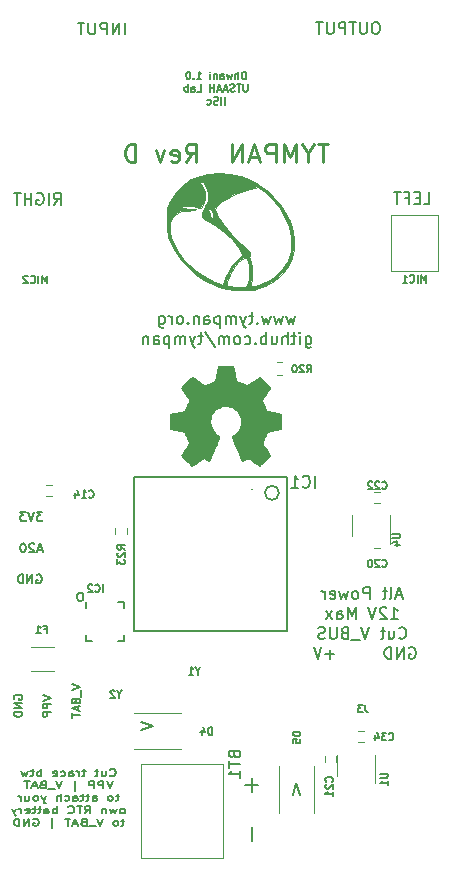
<source format=gbr>
G04 #@! TF.GenerationSoftware,KiCad,Pcbnew,(5.1.5)-3*
G04 #@! TF.CreationDate,2020-08-10T10:15:20+05:30*
G04 #@! TF.ProjectId,D_Tympan_DFMI_1.0,445f5479-6d70-4616-9e5f-44464d495f31,rev?*
G04 #@! TF.SameCoordinates,Original*
G04 #@! TF.FileFunction,Legend,Bot*
G04 #@! TF.FilePolarity,Positive*
%FSLAX46Y46*%
G04 Gerber Fmt 4.6, Leading zero omitted, Abs format (unit mm)*
G04 Created by KiCad (PCBNEW (5.1.5)-3) date 2020-08-10 10:15:20*
%MOMM*%
%LPD*%
G04 APERTURE LIST*
%ADD10C,0.127000*%
%ADD11C,0.150000*%
%ADD12C,0.200000*%
%ADD13C,0.175000*%
%ADD14C,0.250000*%
%ADD15C,0.177800*%
%ADD16C,0.120000*%
%ADD17C,0.100000*%
%ADD18C,0.010000*%
G04 APERTURE END LIST*
D10*
X135559761Y-51937761D02*
X135559761Y-51302761D01*
X135408571Y-51302761D01*
X135317857Y-51333000D01*
X135257380Y-51393476D01*
X135227142Y-51453952D01*
X135196904Y-51574904D01*
X135196904Y-51665619D01*
X135227142Y-51786571D01*
X135257380Y-51847047D01*
X135317857Y-51907523D01*
X135408571Y-51937761D01*
X135559761Y-51937761D01*
X134924761Y-51937761D02*
X134924761Y-51302761D01*
X134652619Y-51937761D02*
X134652619Y-51605142D01*
X134682857Y-51544666D01*
X134743333Y-51514428D01*
X134834047Y-51514428D01*
X134894523Y-51544666D01*
X134924761Y-51574904D01*
X134410714Y-51514428D02*
X134289761Y-51937761D01*
X134168809Y-51635380D01*
X134047857Y-51937761D01*
X133926904Y-51514428D01*
X133412857Y-51937761D02*
X133412857Y-51605142D01*
X133443095Y-51544666D01*
X133503571Y-51514428D01*
X133624523Y-51514428D01*
X133684999Y-51544666D01*
X133412857Y-51907523D02*
X133473333Y-51937761D01*
X133624523Y-51937761D01*
X133684999Y-51907523D01*
X133715238Y-51847047D01*
X133715238Y-51786571D01*
X133684999Y-51726095D01*
X133624523Y-51695857D01*
X133473333Y-51695857D01*
X133412857Y-51665619D01*
X133110476Y-51514428D02*
X133110476Y-51937761D01*
X133110476Y-51574904D02*
X133080238Y-51544666D01*
X133019761Y-51514428D01*
X132929047Y-51514428D01*
X132868571Y-51544666D01*
X132838333Y-51605142D01*
X132838333Y-51937761D01*
X132535952Y-51937761D02*
X132535952Y-51514428D01*
X132535952Y-51302761D02*
X132566190Y-51333000D01*
X132535952Y-51363238D01*
X132505714Y-51333000D01*
X132535952Y-51302761D01*
X132535952Y-51363238D01*
X131417142Y-51937761D02*
X131779999Y-51937761D01*
X131598571Y-51937761D02*
X131598571Y-51302761D01*
X131659047Y-51393476D01*
X131719523Y-51453952D01*
X131779999Y-51484190D01*
X131144999Y-51877285D02*
X131114761Y-51907523D01*
X131144999Y-51937761D01*
X131175238Y-51907523D01*
X131144999Y-51877285D01*
X131144999Y-51937761D01*
X130721666Y-51302761D02*
X130661190Y-51302761D01*
X130600714Y-51333000D01*
X130570476Y-51363238D01*
X130540238Y-51423714D01*
X130509999Y-51544666D01*
X130509999Y-51695857D01*
X130540238Y-51816809D01*
X130570476Y-51877285D01*
X130600714Y-51907523D01*
X130661190Y-51937761D01*
X130721666Y-51937761D01*
X130782142Y-51907523D01*
X130812380Y-51877285D01*
X130842619Y-51816809D01*
X130872857Y-51695857D01*
X130872857Y-51544666D01*
X130842619Y-51423714D01*
X130812380Y-51363238D01*
X130782142Y-51333000D01*
X130721666Y-51302761D01*
X135726071Y-52382261D02*
X135726071Y-52896309D01*
X135695833Y-52956785D01*
X135665595Y-52987023D01*
X135605119Y-53017261D01*
X135484166Y-53017261D01*
X135423690Y-52987023D01*
X135393452Y-52956785D01*
X135363214Y-52896309D01*
X135363214Y-52382261D01*
X135151547Y-52382261D02*
X134788690Y-52382261D01*
X134970119Y-53017261D02*
X134970119Y-52382261D01*
X134607261Y-52987023D02*
X134516547Y-53017261D01*
X134365357Y-53017261D01*
X134304880Y-52987023D01*
X134274642Y-52956785D01*
X134244404Y-52896309D01*
X134244404Y-52835833D01*
X134274642Y-52775357D01*
X134304880Y-52745119D01*
X134365357Y-52714880D01*
X134486309Y-52684642D01*
X134546785Y-52654404D01*
X134577023Y-52624166D01*
X134607261Y-52563690D01*
X134607261Y-52503214D01*
X134577023Y-52442738D01*
X134546785Y-52412500D01*
X134486309Y-52382261D01*
X134335119Y-52382261D01*
X134244404Y-52412500D01*
X134002500Y-52835833D02*
X133700119Y-52835833D01*
X134062976Y-53017261D02*
X133851309Y-52382261D01*
X133639642Y-53017261D01*
X133458214Y-52835833D02*
X133155833Y-52835833D01*
X133518690Y-53017261D02*
X133307023Y-52382261D01*
X133095357Y-53017261D01*
X132883690Y-53017261D02*
X132883690Y-52382261D01*
X132883690Y-52684642D02*
X132520833Y-52684642D01*
X132520833Y-53017261D02*
X132520833Y-52382261D01*
X131432261Y-53017261D02*
X131734642Y-53017261D01*
X131734642Y-52382261D01*
X130948452Y-53017261D02*
X130948452Y-52684642D01*
X130978690Y-52624166D01*
X131039166Y-52593928D01*
X131160119Y-52593928D01*
X131220595Y-52624166D01*
X130948452Y-52987023D02*
X131008928Y-53017261D01*
X131160119Y-53017261D01*
X131220595Y-52987023D01*
X131250833Y-52926547D01*
X131250833Y-52866071D01*
X131220595Y-52805595D01*
X131160119Y-52775357D01*
X131008928Y-52775357D01*
X130948452Y-52745119D01*
X130646071Y-53017261D02*
X130646071Y-52382261D01*
X130646071Y-52624166D02*
X130585595Y-52593928D01*
X130464642Y-52593928D01*
X130404166Y-52624166D01*
X130373928Y-52654404D01*
X130343690Y-52714880D01*
X130343690Y-52896309D01*
X130373928Y-52956785D01*
X130404166Y-52987023D01*
X130464642Y-53017261D01*
X130585595Y-53017261D01*
X130646071Y-52987023D01*
X133775714Y-54096761D02*
X133775714Y-53461761D01*
X133473333Y-54096761D02*
X133473333Y-53461761D01*
X133201190Y-54066523D02*
X133110476Y-54096761D01*
X132959285Y-54096761D01*
X132898809Y-54066523D01*
X132868571Y-54036285D01*
X132838333Y-53975809D01*
X132838333Y-53915333D01*
X132868571Y-53854857D01*
X132898809Y-53824619D01*
X132959285Y-53794380D01*
X133080238Y-53764142D01*
X133140714Y-53733904D01*
X133170952Y-53703666D01*
X133201190Y-53643190D01*
X133201190Y-53582714D01*
X133170952Y-53522238D01*
X133140714Y-53492000D01*
X133080238Y-53461761D01*
X132929047Y-53461761D01*
X132838333Y-53492000D01*
X132294047Y-54066523D02*
X132354523Y-54096761D01*
X132475476Y-54096761D01*
X132535952Y-54066523D01*
X132566190Y-54036285D01*
X132596428Y-53975809D01*
X132596428Y-53794380D01*
X132566190Y-53733904D01*
X132535952Y-53703666D01*
X132475476Y-53673428D01*
X132354523Y-53673428D01*
X132294047Y-53703666D01*
D11*
X124035714Y-110894285D02*
X124073809Y-110922857D01*
X124188095Y-110951428D01*
X124264285Y-110951428D01*
X124378571Y-110922857D01*
X124454761Y-110865714D01*
X124492857Y-110808571D01*
X124530952Y-110694285D01*
X124530952Y-110608571D01*
X124492857Y-110494285D01*
X124454761Y-110437142D01*
X124378571Y-110380000D01*
X124264285Y-110351428D01*
X124188095Y-110351428D01*
X124073809Y-110380000D01*
X124035714Y-110408571D01*
X123350000Y-110551428D02*
X123350000Y-110951428D01*
X123692857Y-110551428D02*
X123692857Y-110865714D01*
X123654761Y-110922857D01*
X123578571Y-110951428D01*
X123464285Y-110951428D01*
X123388095Y-110922857D01*
X123350000Y-110894285D01*
X123083333Y-110551428D02*
X122778571Y-110551428D01*
X122969047Y-110351428D02*
X122969047Y-110865714D01*
X122930952Y-110922857D01*
X122854761Y-110951428D01*
X122778571Y-110951428D01*
X122016666Y-110551428D02*
X121711904Y-110551428D01*
X121902380Y-110351428D02*
X121902380Y-110865714D01*
X121864285Y-110922857D01*
X121788095Y-110951428D01*
X121711904Y-110951428D01*
X121445238Y-110951428D02*
X121445238Y-110551428D01*
X121445238Y-110665714D02*
X121407142Y-110608571D01*
X121369047Y-110580000D01*
X121292857Y-110551428D01*
X121216666Y-110551428D01*
X120607142Y-110951428D02*
X120607142Y-110637142D01*
X120645238Y-110580000D01*
X120721428Y-110551428D01*
X120873809Y-110551428D01*
X120950000Y-110580000D01*
X120607142Y-110922857D02*
X120683333Y-110951428D01*
X120873809Y-110951428D01*
X120950000Y-110922857D01*
X120988095Y-110865714D01*
X120988095Y-110808571D01*
X120950000Y-110751428D01*
X120873809Y-110722857D01*
X120683333Y-110722857D01*
X120607142Y-110694285D01*
X119883333Y-110922857D02*
X119959523Y-110951428D01*
X120111904Y-110951428D01*
X120188095Y-110922857D01*
X120226190Y-110894285D01*
X120264285Y-110837142D01*
X120264285Y-110665714D01*
X120226190Y-110608571D01*
X120188095Y-110580000D01*
X120111904Y-110551428D01*
X119959523Y-110551428D01*
X119883333Y-110580000D01*
X119235714Y-110922857D02*
X119311904Y-110951428D01*
X119464285Y-110951428D01*
X119540476Y-110922857D01*
X119578571Y-110865714D01*
X119578571Y-110637142D01*
X119540476Y-110580000D01*
X119464285Y-110551428D01*
X119311904Y-110551428D01*
X119235714Y-110580000D01*
X119197619Y-110637142D01*
X119197619Y-110694285D01*
X119578571Y-110751428D01*
X118245238Y-110951428D02*
X118245238Y-110351428D01*
X118245238Y-110580000D02*
X118169047Y-110551428D01*
X118016666Y-110551428D01*
X117940476Y-110580000D01*
X117902380Y-110608571D01*
X117864285Y-110665714D01*
X117864285Y-110837142D01*
X117902380Y-110894285D01*
X117940476Y-110922857D01*
X118016666Y-110951428D01*
X118169047Y-110951428D01*
X118245238Y-110922857D01*
X117635714Y-110551428D02*
X117330952Y-110551428D01*
X117521428Y-110351428D02*
X117521428Y-110865714D01*
X117483333Y-110922857D01*
X117407142Y-110951428D01*
X117330952Y-110951428D01*
X117140476Y-110551428D02*
X116988095Y-110951428D01*
X116835714Y-110665714D01*
X116683333Y-110951428D01*
X116530952Y-110551428D01*
X124302380Y-111401428D02*
X124035714Y-112001428D01*
X123769047Y-111401428D01*
X123502380Y-112001428D02*
X123502380Y-111401428D01*
X123197619Y-111401428D01*
X123121428Y-111430000D01*
X123083333Y-111458571D01*
X123045238Y-111515714D01*
X123045238Y-111601428D01*
X123083333Y-111658571D01*
X123121428Y-111687142D01*
X123197619Y-111715714D01*
X123502380Y-111715714D01*
X122702380Y-112001428D02*
X122702380Y-111401428D01*
X122397619Y-111401428D01*
X122321428Y-111430000D01*
X122283333Y-111458571D01*
X122245238Y-111515714D01*
X122245238Y-111601428D01*
X122283333Y-111658571D01*
X122321428Y-111687142D01*
X122397619Y-111715714D01*
X122702380Y-111715714D01*
X121102380Y-112201428D02*
X121102380Y-111344285D01*
X120035714Y-111401428D02*
X119769047Y-112001428D01*
X119502380Y-111401428D01*
X119426190Y-112058571D02*
X118816666Y-112058571D01*
X118359523Y-111687142D02*
X118245238Y-111715714D01*
X118207142Y-111744285D01*
X118169047Y-111801428D01*
X118169047Y-111887142D01*
X118207142Y-111944285D01*
X118245238Y-111972857D01*
X118321428Y-112001428D01*
X118626190Y-112001428D01*
X118626190Y-111401428D01*
X118359523Y-111401428D01*
X118283333Y-111430000D01*
X118245238Y-111458571D01*
X118207142Y-111515714D01*
X118207142Y-111572857D01*
X118245238Y-111630000D01*
X118283333Y-111658571D01*
X118359523Y-111687142D01*
X118626190Y-111687142D01*
X117864285Y-111830000D02*
X117483333Y-111830000D01*
X117940476Y-112001428D02*
X117673809Y-111401428D01*
X117407142Y-112001428D01*
X117254761Y-111401428D02*
X116797619Y-111401428D01*
X117026190Y-112001428D02*
X117026190Y-111401428D01*
X124835714Y-112651428D02*
X124530952Y-112651428D01*
X124721428Y-112451428D02*
X124721428Y-112965714D01*
X124683333Y-113022857D01*
X124607142Y-113051428D01*
X124530952Y-113051428D01*
X124150000Y-113051428D02*
X124226190Y-113022857D01*
X124264285Y-112994285D01*
X124302380Y-112937142D01*
X124302380Y-112765714D01*
X124264285Y-112708571D01*
X124226190Y-112680000D01*
X124150000Y-112651428D01*
X124035714Y-112651428D01*
X123959523Y-112680000D01*
X123921428Y-112708571D01*
X123883333Y-112765714D01*
X123883333Y-112937142D01*
X123921428Y-112994285D01*
X123959523Y-113022857D01*
X124035714Y-113051428D01*
X124150000Y-113051428D01*
X122588095Y-113051428D02*
X122588095Y-112737142D01*
X122626190Y-112680000D01*
X122702380Y-112651428D01*
X122854761Y-112651428D01*
X122930952Y-112680000D01*
X122588095Y-113022857D02*
X122664285Y-113051428D01*
X122854761Y-113051428D01*
X122930952Y-113022857D01*
X122969047Y-112965714D01*
X122969047Y-112908571D01*
X122930952Y-112851428D01*
X122854761Y-112822857D01*
X122664285Y-112822857D01*
X122588095Y-112794285D01*
X122321428Y-112651428D02*
X122016666Y-112651428D01*
X122207142Y-112451428D02*
X122207142Y-112965714D01*
X122169047Y-113022857D01*
X122092857Y-113051428D01*
X122016666Y-113051428D01*
X121864285Y-112651428D02*
X121559523Y-112651428D01*
X121750000Y-112451428D02*
X121750000Y-112965714D01*
X121711904Y-113022857D01*
X121635714Y-113051428D01*
X121559523Y-113051428D01*
X120950000Y-113051428D02*
X120950000Y-112737142D01*
X120988095Y-112680000D01*
X121064285Y-112651428D01*
X121216666Y-112651428D01*
X121292857Y-112680000D01*
X120950000Y-113022857D02*
X121026190Y-113051428D01*
X121216666Y-113051428D01*
X121292857Y-113022857D01*
X121330952Y-112965714D01*
X121330952Y-112908571D01*
X121292857Y-112851428D01*
X121216666Y-112822857D01*
X121026190Y-112822857D01*
X120950000Y-112794285D01*
X120226190Y-113022857D02*
X120302380Y-113051428D01*
X120454761Y-113051428D01*
X120530952Y-113022857D01*
X120569047Y-112994285D01*
X120607142Y-112937142D01*
X120607142Y-112765714D01*
X120569047Y-112708571D01*
X120530952Y-112680000D01*
X120454761Y-112651428D01*
X120302380Y-112651428D01*
X120226190Y-112680000D01*
X119883333Y-113051428D02*
X119883333Y-112451428D01*
X119540476Y-113051428D02*
X119540476Y-112737142D01*
X119578571Y-112680000D01*
X119654761Y-112651428D01*
X119769047Y-112651428D01*
X119845238Y-112680000D01*
X119883333Y-112708571D01*
X118626190Y-112651428D02*
X118435714Y-113051428D01*
X118245238Y-112651428D02*
X118435714Y-113051428D01*
X118511904Y-113194285D01*
X118550000Y-113222857D01*
X118626190Y-113251428D01*
X117826190Y-113051428D02*
X117902380Y-113022857D01*
X117940476Y-112994285D01*
X117978571Y-112937142D01*
X117978571Y-112765714D01*
X117940476Y-112708571D01*
X117902380Y-112680000D01*
X117826190Y-112651428D01*
X117711904Y-112651428D01*
X117635714Y-112680000D01*
X117597619Y-112708571D01*
X117559523Y-112765714D01*
X117559523Y-112937142D01*
X117597619Y-112994285D01*
X117635714Y-113022857D01*
X117711904Y-113051428D01*
X117826190Y-113051428D01*
X116873809Y-112651428D02*
X116873809Y-113051428D01*
X117216666Y-112651428D02*
X117216666Y-112965714D01*
X117178571Y-113022857D01*
X117102380Y-113051428D01*
X116988095Y-113051428D01*
X116911904Y-113022857D01*
X116873809Y-112994285D01*
X116492857Y-113051428D02*
X116492857Y-112651428D01*
X116492857Y-112765714D02*
X116454761Y-112708571D01*
X116416666Y-112680000D01*
X116340476Y-112651428D01*
X116264285Y-112651428D01*
X125178571Y-114101428D02*
X125254761Y-114072857D01*
X125292857Y-114044285D01*
X125330952Y-113987142D01*
X125330952Y-113815714D01*
X125292857Y-113758571D01*
X125254761Y-113730000D01*
X125178571Y-113701428D01*
X125064285Y-113701428D01*
X124988095Y-113730000D01*
X124950000Y-113758571D01*
X124911904Y-113815714D01*
X124911904Y-113987142D01*
X124950000Y-114044285D01*
X124988095Y-114072857D01*
X125064285Y-114101428D01*
X125178571Y-114101428D01*
X124645238Y-113701428D02*
X124492857Y-114101428D01*
X124340476Y-113815714D01*
X124188095Y-114101428D01*
X124035714Y-113701428D01*
X123730952Y-113701428D02*
X123730952Y-114101428D01*
X123730952Y-113758571D02*
X123692857Y-113730000D01*
X123616666Y-113701428D01*
X123502380Y-113701428D01*
X123426190Y-113730000D01*
X123388095Y-113787142D01*
X123388095Y-114101428D01*
X121940476Y-114101428D02*
X122207142Y-113815714D01*
X122397619Y-114101428D02*
X122397619Y-113501428D01*
X122092857Y-113501428D01*
X122016666Y-113530000D01*
X121978571Y-113558571D01*
X121940476Y-113615714D01*
X121940476Y-113701428D01*
X121978571Y-113758571D01*
X122016666Y-113787142D01*
X122092857Y-113815714D01*
X122397619Y-113815714D01*
X121711904Y-113501428D02*
X121254761Y-113501428D01*
X121483333Y-114101428D02*
X121483333Y-113501428D01*
X120530952Y-114044285D02*
X120569047Y-114072857D01*
X120683333Y-114101428D01*
X120759523Y-114101428D01*
X120873809Y-114072857D01*
X120950000Y-114015714D01*
X120988095Y-113958571D01*
X121026190Y-113844285D01*
X121026190Y-113758571D01*
X120988095Y-113644285D01*
X120950000Y-113587142D01*
X120873809Y-113530000D01*
X120759523Y-113501428D01*
X120683333Y-113501428D01*
X120569047Y-113530000D01*
X120530952Y-113558571D01*
X119578571Y-114101428D02*
X119578571Y-113501428D01*
X119578571Y-113730000D02*
X119502380Y-113701428D01*
X119350000Y-113701428D01*
X119273809Y-113730000D01*
X119235714Y-113758571D01*
X119197619Y-113815714D01*
X119197619Y-113987142D01*
X119235714Y-114044285D01*
X119273809Y-114072857D01*
X119350000Y-114101428D01*
X119502380Y-114101428D01*
X119578571Y-114072857D01*
X118511904Y-114101428D02*
X118511904Y-113787142D01*
X118550000Y-113730000D01*
X118626190Y-113701428D01*
X118778571Y-113701428D01*
X118854761Y-113730000D01*
X118511904Y-114072857D02*
X118588095Y-114101428D01*
X118778571Y-114101428D01*
X118854761Y-114072857D01*
X118892857Y-114015714D01*
X118892857Y-113958571D01*
X118854761Y-113901428D01*
X118778571Y-113872857D01*
X118588095Y-113872857D01*
X118511904Y-113844285D01*
X118245238Y-113701428D02*
X117940476Y-113701428D01*
X118130952Y-113501428D02*
X118130952Y-114015714D01*
X118092857Y-114072857D01*
X118016666Y-114101428D01*
X117940476Y-114101428D01*
X117788095Y-113701428D02*
X117483333Y-113701428D01*
X117673809Y-113501428D02*
X117673809Y-114015714D01*
X117635714Y-114072857D01*
X117559523Y-114101428D01*
X117483333Y-114101428D01*
X116911904Y-114072857D02*
X116988095Y-114101428D01*
X117140476Y-114101428D01*
X117216666Y-114072857D01*
X117254761Y-114015714D01*
X117254761Y-113787142D01*
X117216666Y-113730000D01*
X117140476Y-113701428D01*
X116988095Y-113701428D01*
X116911904Y-113730000D01*
X116873809Y-113787142D01*
X116873809Y-113844285D01*
X117254761Y-113901428D01*
X116530952Y-114101428D02*
X116530952Y-113701428D01*
X116530952Y-113815714D02*
X116492857Y-113758571D01*
X116454761Y-113730000D01*
X116378571Y-113701428D01*
X116302380Y-113701428D01*
X116111904Y-113701428D02*
X115921428Y-114101428D01*
X115730952Y-113701428D02*
X115921428Y-114101428D01*
X115997619Y-114244285D01*
X116035714Y-114272857D01*
X116111904Y-114301428D01*
X125273809Y-114751428D02*
X124969047Y-114751428D01*
X125159523Y-114551428D02*
X125159523Y-115065714D01*
X125121428Y-115122857D01*
X125045238Y-115151428D01*
X124969047Y-115151428D01*
X124588095Y-115151428D02*
X124664285Y-115122857D01*
X124702380Y-115094285D01*
X124740476Y-115037142D01*
X124740476Y-114865714D01*
X124702380Y-114808571D01*
X124664285Y-114780000D01*
X124588095Y-114751428D01*
X124473809Y-114751428D01*
X124397619Y-114780000D01*
X124359523Y-114808571D01*
X124321428Y-114865714D01*
X124321428Y-115037142D01*
X124359523Y-115094285D01*
X124397619Y-115122857D01*
X124473809Y-115151428D01*
X124588095Y-115151428D01*
X123483333Y-114551428D02*
X123216666Y-115151428D01*
X122950000Y-114551428D01*
X122873809Y-115208571D02*
X122264285Y-115208571D01*
X121807142Y-114837142D02*
X121692857Y-114865714D01*
X121654761Y-114894285D01*
X121616666Y-114951428D01*
X121616666Y-115037142D01*
X121654761Y-115094285D01*
X121692857Y-115122857D01*
X121769047Y-115151428D01*
X122073809Y-115151428D01*
X122073809Y-114551428D01*
X121807142Y-114551428D01*
X121730952Y-114580000D01*
X121692857Y-114608571D01*
X121654761Y-114665714D01*
X121654761Y-114722857D01*
X121692857Y-114780000D01*
X121730952Y-114808571D01*
X121807142Y-114837142D01*
X122073809Y-114837142D01*
X121311904Y-114980000D02*
X120930952Y-114980000D01*
X121388095Y-115151428D02*
X121121428Y-114551428D01*
X120854761Y-115151428D01*
X120702380Y-114551428D02*
X120245238Y-114551428D01*
X120473809Y-115151428D02*
X120473809Y-114551428D01*
X119178571Y-115351428D02*
X119178571Y-114494285D01*
X117578571Y-114580000D02*
X117654761Y-114551428D01*
X117769047Y-114551428D01*
X117883333Y-114580000D01*
X117959523Y-114637142D01*
X117997619Y-114694285D01*
X118035714Y-114808571D01*
X118035714Y-114894285D01*
X117997619Y-115008571D01*
X117959523Y-115065714D01*
X117883333Y-115122857D01*
X117769047Y-115151428D01*
X117692857Y-115151428D01*
X117578571Y-115122857D01*
X117540476Y-115094285D01*
X117540476Y-114894285D01*
X117692857Y-114894285D01*
X117197619Y-115151428D02*
X117197619Y-114551428D01*
X116740476Y-115151428D01*
X116740476Y-114551428D01*
X116359523Y-115151428D02*
X116359523Y-114551428D01*
X116169047Y-114551428D01*
X116054761Y-114580000D01*
X115978571Y-114637142D01*
X115940476Y-114694285D01*
X115902380Y-114808571D01*
X115902380Y-114894285D01*
X115940476Y-115008571D01*
X115978571Y-115065714D01*
X116054761Y-115122857D01*
X116169047Y-115151428D01*
X116359523Y-115151428D01*
D12*
X149394285Y-100080000D02*
X149489523Y-100032380D01*
X149632380Y-100032380D01*
X149775238Y-100080000D01*
X149870476Y-100175238D01*
X149918095Y-100270476D01*
X149965714Y-100460952D01*
X149965714Y-100603809D01*
X149918095Y-100794285D01*
X149870476Y-100889523D01*
X149775238Y-100984761D01*
X149632380Y-101032380D01*
X149537142Y-101032380D01*
X149394285Y-100984761D01*
X149346666Y-100937142D01*
X149346666Y-100603809D01*
X149537142Y-100603809D01*
X148918095Y-101032380D02*
X148918095Y-100032380D01*
X148346666Y-101032380D01*
X148346666Y-100032380D01*
X147870476Y-101032380D02*
X147870476Y-100032380D01*
X147632380Y-100032380D01*
X147489523Y-100080000D01*
X147394285Y-100175238D01*
X147346666Y-100270476D01*
X147299047Y-100460952D01*
X147299047Y-100603809D01*
X147346666Y-100794285D01*
X147394285Y-100889523D01*
X147489523Y-100984761D01*
X147632380Y-101032380D01*
X147870476Y-101032380D01*
X143060952Y-100651428D02*
X142299047Y-100651428D01*
X142680000Y-101032380D02*
X142680000Y-100270476D01*
X141965714Y-100032380D02*
X141632380Y-101032380D01*
X141299047Y-100032380D01*
X148800952Y-95666666D02*
X148324761Y-95666666D01*
X148896190Y-95952380D02*
X148562857Y-94952380D01*
X148229523Y-95952380D01*
X147753333Y-95952380D02*
X147848571Y-95904761D01*
X147896190Y-95809523D01*
X147896190Y-94952380D01*
X147515238Y-95285714D02*
X147134285Y-95285714D01*
X147372380Y-94952380D02*
X147372380Y-95809523D01*
X147324761Y-95904761D01*
X147229523Y-95952380D01*
X147134285Y-95952380D01*
X146039047Y-95952380D02*
X146039047Y-94952380D01*
X145658095Y-94952380D01*
X145562857Y-95000000D01*
X145515238Y-95047619D01*
X145467619Y-95142857D01*
X145467619Y-95285714D01*
X145515238Y-95380952D01*
X145562857Y-95428571D01*
X145658095Y-95476190D01*
X146039047Y-95476190D01*
X144896190Y-95952380D02*
X144991428Y-95904761D01*
X145039047Y-95857142D01*
X145086666Y-95761904D01*
X145086666Y-95476190D01*
X145039047Y-95380952D01*
X144991428Y-95333333D01*
X144896190Y-95285714D01*
X144753333Y-95285714D01*
X144658095Y-95333333D01*
X144610476Y-95380952D01*
X144562857Y-95476190D01*
X144562857Y-95761904D01*
X144610476Y-95857142D01*
X144658095Y-95904761D01*
X144753333Y-95952380D01*
X144896190Y-95952380D01*
X144229523Y-95285714D02*
X144039047Y-95952380D01*
X143848571Y-95476190D01*
X143658095Y-95952380D01*
X143467619Y-95285714D01*
X142705714Y-95904761D02*
X142800952Y-95952380D01*
X142991428Y-95952380D01*
X143086666Y-95904761D01*
X143134285Y-95809523D01*
X143134285Y-95428571D01*
X143086666Y-95333333D01*
X142991428Y-95285714D01*
X142800952Y-95285714D01*
X142705714Y-95333333D01*
X142658095Y-95428571D01*
X142658095Y-95523809D01*
X143134285Y-95619047D01*
X142229523Y-95952380D02*
X142229523Y-95285714D01*
X142229523Y-95476190D02*
X142181904Y-95380952D01*
X142134285Y-95333333D01*
X142039047Y-95285714D01*
X141943809Y-95285714D01*
X147848571Y-97652380D02*
X148420000Y-97652380D01*
X148134285Y-97652380D02*
X148134285Y-96652380D01*
X148229523Y-96795238D01*
X148324761Y-96890476D01*
X148420000Y-96938095D01*
X147467619Y-96747619D02*
X147420000Y-96700000D01*
X147324761Y-96652380D01*
X147086666Y-96652380D01*
X146991428Y-96700000D01*
X146943809Y-96747619D01*
X146896190Y-96842857D01*
X146896190Y-96938095D01*
X146943809Y-97080952D01*
X147515238Y-97652380D01*
X146896190Y-97652380D01*
X146610476Y-96652380D02*
X146277142Y-97652380D01*
X145943809Y-96652380D01*
X144848571Y-97652380D02*
X144848571Y-96652380D01*
X144515238Y-97366666D01*
X144181904Y-96652380D01*
X144181904Y-97652380D01*
X143277142Y-97652380D02*
X143277142Y-97128571D01*
X143324761Y-97033333D01*
X143420000Y-96985714D01*
X143610476Y-96985714D01*
X143705714Y-97033333D01*
X143277142Y-97604761D02*
X143372380Y-97652380D01*
X143610476Y-97652380D01*
X143705714Y-97604761D01*
X143753333Y-97509523D01*
X143753333Y-97414285D01*
X143705714Y-97319047D01*
X143610476Y-97271428D01*
X143372380Y-97271428D01*
X143277142Y-97223809D01*
X142896190Y-97652380D02*
X142372380Y-96985714D01*
X142896190Y-96985714D02*
X142372380Y-97652380D01*
X148539047Y-99257142D02*
X148586666Y-99304761D01*
X148729523Y-99352380D01*
X148824761Y-99352380D01*
X148967619Y-99304761D01*
X149062857Y-99209523D01*
X149110476Y-99114285D01*
X149158095Y-98923809D01*
X149158095Y-98780952D01*
X149110476Y-98590476D01*
X149062857Y-98495238D01*
X148967619Y-98400000D01*
X148824761Y-98352380D01*
X148729523Y-98352380D01*
X148586666Y-98400000D01*
X148539047Y-98447619D01*
X147681904Y-98685714D02*
X147681904Y-99352380D01*
X148110476Y-98685714D02*
X148110476Y-99209523D01*
X148062857Y-99304761D01*
X147967619Y-99352380D01*
X147824761Y-99352380D01*
X147729523Y-99304761D01*
X147681904Y-99257142D01*
X147348571Y-98685714D02*
X146967619Y-98685714D01*
X147205714Y-98352380D02*
X147205714Y-99209523D01*
X147158095Y-99304761D01*
X147062857Y-99352380D01*
X146967619Y-99352380D01*
X146015238Y-98352380D02*
X145681904Y-99352380D01*
X145348571Y-98352380D01*
X145253333Y-99447619D02*
X144491428Y-99447619D01*
X143920000Y-98828571D02*
X143777142Y-98876190D01*
X143729523Y-98923809D01*
X143681904Y-99019047D01*
X143681904Y-99161904D01*
X143729523Y-99257142D01*
X143777142Y-99304761D01*
X143872380Y-99352380D01*
X144253333Y-99352380D01*
X144253333Y-98352380D01*
X143920000Y-98352380D01*
X143824761Y-98400000D01*
X143777142Y-98447619D01*
X143729523Y-98542857D01*
X143729523Y-98638095D01*
X143777142Y-98733333D01*
X143824761Y-98780952D01*
X143920000Y-98828571D01*
X144253333Y-98828571D01*
X143253333Y-98352380D02*
X143253333Y-99161904D01*
X143205714Y-99257142D01*
X143158095Y-99304761D01*
X143062857Y-99352380D01*
X142872380Y-99352380D01*
X142777142Y-99304761D01*
X142729523Y-99257142D01*
X142681904Y-99161904D01*
X142681904Y-98352380D01*
X142253333Y-99304761D02*
X142110476Y-99352380D01*
X141872380Y-99352380D01*
X141777142Y-99304761D01*
X141729523Y-99257142D01*
X141681904Y-99161904D01*
X141681904Y-99066666D01*
X141729523Y-98971428D01*
X141777142Y-98923809D01*
X141872380Y-98876190D01*
X142062857Y-98828571D01*
X142158095Y-98780952D01*
X142205714Y-98733333D01*
X142253333Y-98638095D01*
X142253333Y-98542857D01*
X142205714Y-98447619D01*
X142158095Y-98400000D01*
X142062857Y-98352380D01*
X141824761Y-98352380D01*
X141681904Y-98400000D01*
X125328571Y-48157380D02*
X125328571Y-47157380D01*
X124852380Y-48157380D02*
X124852380Y-47157380D01*
X124280952Y-48157380D01*
X124280952Y-47157380D01*
X123804761Y-48157380D02*
X123804761Y-47157380D01*
X123423809Y-47157380D01*
X123328571Y-47205000D01*
X123280952Y-47252619D01*
X123233333Y-47347857D01*
X123233333Y-47490714D01*
X123280952Y-47585952D01*
X123328571Y-47633571D01*
X123423809Y-47681190D01*
X123804761Y-47681190D01*
X122804761Y-47157380D02*
X122804761Y-47966904D01*
X122757142Y-48062142D01*
X122709523Y-48109761D01*
X122614285Y-48157380D01*
X122423809Y-48157380D01*
X122328571Y-48109761D01*
X122280952Y-48062142D01*
X122233333Y-47966904D01*
X122233333Y-47157380D01*
X121900000Y-47157380D02*
X121328571Y-47157380D01*
X121614285Y-48157380D02*
X121614285Y-47157380D01*
X146654761Y-47107380D02*
X146464285Y-47107380D01*
X146369047Y-47155000D01*
X146273809Y-47250238D01*
X146226190Y-47440714D01*
X146226190Y-47774047D01*
X146273809Y-47964523D01*
X146369047Y-48059761D01*
X146464285Y-48107380D01*
X146654761Y-48107380D01*
X146750000Y-48059761D01*
X146845238Y-47964523D01*
X146892857Y-47774047D01*
X146892857Y-47440714D01*
X146845238Y-47250238D01*
X146750000Y-47155000D01*
X146654761Y-47107380D01*
X145797619Y-47107380D02*
X145797619Y-47916904D01*
X145750000Y-48012142D01*
X145702380Y-48059761D01*
X145607142Y-48107380D01*
X145416666Y-48107380D01*
X145321428Y-48059761D01*
X145273809Y-48012142D01*
X145226190Y-47916904D01*
X145226190Y-47107380D01*
X144892857Y-47107380D02*
X144321428Y-47107380D01*
X144607142Y-48107380D02*
X144607142Y-47107380D01*
X143988095Y-48107380D02*
X143988095Y-47107380D01*
X143607142Y-47107380D01*
X143511904Y-47155000D01*
X143464285Y-47202619D01*
X143416666Y-47297857D01*
X143416666Y-47440714D01*
X143464285Y-47535952D01*
X143511904Y-47583571D01*
X143607142Y-47631190D01*
X143988095Y-47631190D01*
X142988095Y-47107380D02*
X142988095Y-47916904D01*
X142940476Y-48012142D01*
X142892857Y-48059761D01*
X142797619Y-48107380D01*
X142607142Y-48107380D01*
X142511904Y-48059761D01*
X142464285Y-48012142D01*
X142416666Y-47916904D01*
X142416666Y-47107380D01*
X142083333Y-47107380D02*
X141511904Y-47107380D01*
X141797619Y-48107380D02*
X141797619Y-47107380D01*
X126702380Y-106396666D02*
X127702380Y-106730000D01*
X126702380Y-107063333D01*
X139516666Y-112552619D02*
X139850000Y-111552619D01*
X140183333Y-112552619D01*
X121621428Y-96107380D02*
X121716666Y-96059761D01*
X121764285Y-96012142D01*
X121811904Y-95916904D01*
X121811904Y-95631190D01*
X121764285Y-95535952D01*
X121716666Y-95488333D01*
X121621428Y-95440714D01*
X121478571Y-95440714D01*
X121383333Y-95488333D01*
X121335714Y-95535952D01*
X121288095Y-95631190D01*
X121288095Y-95916904D01*
X121335714Y-96012142D01*
X121383333Y-96059761D01*
X121478571Y-96107380D01*
X121621428Y-96107380D01*
X119308333Y-62582380D02*
X119641666Y-62106190D01*
X119879761Y-62582380D02*
X119879761Y-61582380D01*
X119498809Y-61582380D01*
X119403571Y-61630000D01*
X119355952Y-61677619D01*
X119308333Y-61772857D01*
X119308333Y-61915714D01*
X119355952Y-62010952D01*
X119403571Y-62058571D01*
X119498809Y-62106190D01*
X119879761Y-62106190D01*
X118879761Y-62582380D02*
X118879761Y-61582380D01*
X117879761Y-61630000D02*
X117975000Y-61582380D01*
X118117857Y-61582380D01*
X118260714Y-61630000D01*
X118355952Y-61725238D01*
X118403571Y-61820476D01*
X118451190Y-62010952D01*
X118451190Y-62153809D01*
X118403571Y-62344285D01*
X118355952Y-62439523D01*
X118260714Y-62534761D01*
X118117857Y-62582380D01*
X118022619Y-62582380D01*
X117879761Y-62534761D01*
X117832142Y-62487142D01*
X117832142Y-62153809D01*
X118022619Y-62153809D01*
X117403571Y-62582380D02*
X117403571Y-61582380D01*
X117403571Y-62058571D02*
X116832142Y-62058571D01*
X116832142Y-62582380D02*
X116832142Y-61582380D01*
X116498809Y-61582380D02*
X115927380Y-61582380D01*
X116213095Y-62582380D02*
X116213095Y-61582380D01*
X150627380Y-62507380D02*
X151103571Y-62507380D01*
X151103571Y-61507380D01*
X150294047Y-61983571D02*
X149960714Y-61983571D01*
X149817857Y-62507380D02*
X150294047Y-62507380D01*
X150294047Y-61507380D01*
X149817857Y-61507380D01*
X149055952Y-61983571D02*
X149389285Y-61983571D01*
X149389285Y-62507380D02*
X149389285Y-61507380D01*
X148913095Y-61507380D01*
X148675000Y-61507380D02*
X148103571Y-61507380D01*
X148389285Y-62507380D02*
X148389285Y-61507380D01*
X139759523Y-72015714D02*
X139569047Y-72682380D01*
X139378571Y-72206190D01*
X139188095Y-72682380D01*
X138997619Y-72015714D01*
X138711904Y-72015714D02*
X138521428Y-72682380D01*
X138330952Y-72206190D01*
X138140476Y-72682380D01*
X137950000Y-72015714D01*
X137664285Y-72015714D02*
X137473809Y-72682380D01*
X137283333Y-72206190D01*
X137092857Y-72682380D01*
X136902380Y-72015714D01*
X136521428Y-72587142D02*
X136473809Y-72634761D01*
X136521428Y-72682380D01*
X136569047Y-72634761D01*
X136521428Y-72587142D01*
X136521428Y-72682380D01*
X136188095Y-72015714D02*
X135807142Y-72015714D01*
X136045238Y-71682380D02*
X136045238Y-72539523D01*
X135997619Y-72634761D01*
X135902380Y-72682380D01*
X135807142Y-72682380D01*
X135569047Y-72015714D02*
X135330952Y-72682380D01*
X135092857Y-72015714D02*
X135330952Y-72682380D01*
X135426190Y-72920476D01*
X135473809Y-72968095D01*
X135569047Y-73015714D01*
X134711904Y-72682380D02*
X134711904Y-72015714D01*
X134711904Y-72110952D02*
X134664285Y-72063333D01*
X134569047Y-72015714D01*
X134426190Y-72015714D01*
X134330952Y-72063333D01*
X134283333Y-72158571D01*
X134283333Y-72682380D01*
X134283333Y-72158571D02*
X134235714Y-72063333D01*
X134140476Y-72015714D01*
X133997619Y-72015714D01*
X133902380Y-72063333D01*
X133854761Y-72158571D01*
X133854761Y-72682380D01*
X133378571Y-72015714D02*
X133378571Y-73015714D01*
X133378571Y-72063333D02*
X133283333Y-72015714D01*
X133092857Y-72015714D01*
X132997619Y-72063333D01*
X132950000Y-72110952D01*
X132902380Y-72206190D01*
X132902380Y-72491904D01*
X132950000Y-72587142D01*
X132997619Y-72634761D01*
X133092857Y-72682380D01*
X133283333Y-72682380D01*
X133378571Y-72634761D01*
X132045238Y-72682380D02*
X132045238Y-72158571D01*
X132092857Y-72063333D01*
X132188095Y-72015714D01*
X132378571Y-72015714D01*
X132473809Y-72063333D01*
X132045238Y-72634761D02*
X132140476Y-72682380D01*
X132378571Y-72682380D01*
X132473809Y-72634761D01*
X132521428Y-72539523D01*
X132521428Y-72444285D01*
X132473809Y-72349047D01*
X132378571Y-72301428D01*
X132140476Y-72301428D01*
X132045238Y-72253809D01*
X131569047Y-72015714D02*
X131569047Y-72682380D01*
X131569047Y-72110952D02*
X131521428Y-72063333D01*
X131426190Y-72015714D01*
X131283333Y-72015714D01*
X131188095Y-72063333D01*
X131140476Y-72158571D01*
X131140476Y-72682380D01*
X130664285Y-72587142D02*
X130616666Y-72634761D01*
X130664285Y-72682380D01*
X130711904Y-72634761D01*
X130664285Y-72587142D01*
X130664285Y-72682380D01*
X130045238Y-72682380D02*
X130140476Y-72634761D01*
X130188095Y-72587142D01*
X130235714Y-72491904D01*
X130235714Y-72206190D01*
X130188095Y-72110952D01*
X130140476Y-72063333D01*
X130045238Y-72015714D01*
X129902380Y-72015714D01*
X129807142Y-72063333D01*
X129759523Y-72110952D01*
X129711904Y-72206190D01*
X129711904Y-72491904D01*
X129759523Y-72587142D01*
X129807142Y-72634761D01*
X129902380Y-72682380D01*
X130045238Y-72682380D01*
X129283333Y-72682380D02*
X129283333Y-72015714D01*
X129283333Y-72206190D02*
X129235714Y-72110952D01*
X129188095Y-72063333D01*
X129092857Y-72015714D01*
X128997619Y-72015714D01*
X128235714Y-72015714D02*
X128235714Y-72825238D01*
X128283333Y-72920476D01*
X128330952Y-72968095D01*
X128426190Y-73015714D01*
X128569047Y-73015714D01*
X128664285Y-72968095D01*
X128235714Y-72634761D02*
X128330952Y-72682380D01*
X128521428Y-72682380D01*
X128616666Y-72634761D01*
X128664285Y-72587142D01*
X128711904Y-72491904D01*
X128711904Y-72206190D01*
X128664285Y-72110952D01*
X128616666Y-72063333D01*
X128521428Y-72015714D01*
X128330952Y-72015714D01*
X128235714Y-72063333D01*
X140616666Y-73715714D02*
X140616666Y-74525238D01*
X140664285Y-74620476D01*
X140711904Y-74668095D01*
X140807142Y-74715714D01*
X140950000Y-74715714D01*
X141045238Y-74668095D01*
X140616666Y-74334761D02*
X140711904Y-74382380D01*
X140902380Y-74382380D01*
X140997619Y-74334761D01*
X141045238Y-74287142D01*
X141092857Y-74191904D01*
X141092857Y-73906190D01*
X141045238Y-73810952D01*
X140997619Y-73763333D01*
X140902380Y-73715714D01*
X140711904Y-73715714D01*
X140616666Y-73763333D01*
X140140476Y-74382380D02*
X140140476Y-73715714D01*
X140140476Y-73382380D02*
X140188095Y-73430000D01*
X140140476Y-73477619D01*
X140092857Y-73430000D01*
X140140476Y-73382380D01*
X140140476Y-73477619D01*
X139807142Y-73715714D02*
X139426190Y-73715714D01*
X139664285Y-73382380D02*
X139664285Y-74239523D01*
X139616666Y-74334761D01*
X139521428Y-74382380D01*
X139426190Y-74382380D01*
X139092857Y-74382380D02*
X139092857Y-73382380D01*
X138664285Y-74382380D02*
X138664285Y-73858571D01*
X138711904Y-73763333D01*
X138807142Y-73715714D01*
X138950000Y-73715714D01*
X139045238Y-73763333D01*
X139092857Y-73810952D01*
X137759523Y-73715714D02*
X137759523Y-74382380D01*
X138188095Y-73715714D02*
X138188095Y-74239523D01*
X138140476Y-74334761D01*
X138045238Y-74382380D01*
X137902380Y-74382380D01*
X137807142Y-74334761D01*
X137759523Y-74287142D01*
X137283333Y-74382380D02*
X137283333Y-73382380D01*
X137283333Y-73763333D02*
X137188095Y-73715714D01*
X136997619Y-73715714D01*
X136902380Y-73763333D01*
X136854761Y-73810952D01*
X136807142Y-73906190D01*
X136807142Y-74191904D01*
X136854761Y-74287142D01*
X136902380Y-74334761D01*
X136997619Y-74382380D01*
X137188095Y-74382380D01*
X137283333Y-74334761D01*
X136378571Y-74287142D02*
X136330952Y-74334761D01*
X136378571Y-74382380D01*
X136426190Y-74334761D01*
X136378571Y-74287142D01*
X136378571Y-74382380D01*
X135473809Y-74334761D02*
X135569047Y-74382380D01*
X135759523Y-74382380D01*
X135854761Y-74334761D01*
X135902380Y-74287142D01*
X135950000Y-74191904D01*
X135950000Y-73906190D01*
X135902380Y-73810952D01*
X135854761Y-73763333D01*
X135759523Y-73715714D01*
X135569047Y-73715714D01*
X135473809Y-73763333D01*
X134902380Y-74382380D02*
X134997619Y-74334761D01*
X135045238Y-74287142D01*
X135092857Y-74191904D01*
X135092857Y-73906190D01*
X135045238Y-73810952D01*
X134997619Y-73763333D01*
X134902380Y-73715714D01*
X134759523Y-73715714D01*
X134664285Y-73763333D01*
X134616666Y-73810952D01*
X134569047Y-73906190D01*
X134569047Y-74191904D01*
X134616666Y-74287142D01*
X134664285Y-74334761D01*
X134759523Y-74382380D01*
X134902380Y-74382380D01*
X134140476Y-74382380D02*
X134140476Y-73715714D01*
X134140476Y-73810952D02*
X134092857Y-73763333D01*
X133997619Y-73715714D01*
X133854761Y-73715714D01*
X133759523Y-73763333D01*
X133711904Y-73858571D01*
X133711904Y-74382380D01*
X133711904Y-73858571D02*
X133664285Y-73763333D01*
X133569047Y-73715714D01*
X133426190Y-73715714D01*
X133330952Y-73763333D01*
X133283333Y-73858571D01*
X133283333Y-74382380D01*
X132092857Y-73334761D02*
X132950000Y-74620476D01*
X131902380Y-73715714D02*
X131521428Y-73715714D01*
X131759523Y-73382380D02*
X131759523Y-74239523D01*
X131711904Y-74334761D01*
X131616666Y-74382380D01*
X131521428Y-74382380D01*
X131283333Y-73715714D02*
X131045238Y-74382380D01*
X130807142Y-73715714D02*
X131045238Y-74382380D01*
X131140476Y-74620476D01*
X131188095Y-74668095D01*
X131283333Y-74715714D01*
X130426190Y-74382380D02*
X130426190Y-73715714D01*
X130426190Y-73810952D02*
X130378571Y-73763333D01*
X130283333Y-73715714D01*
X130140476Y-73715714D01*
X130045238Y-73763333D01*
X129997619Y-73858571D01*
X129997619Y-74382380D01*
X129997619Y-73858571D02*
X129950000Y-73763333D01*
X129854761Y-73715714D01*
X129711904Y-73715714D01*
X129616666Y-73763333D01*
X129569047Y-73858571D01*
X129569047Y-74382380D01*
X129092857Y-73715714D02*
X129092857Y-74715714D01*
X129092857Y-73763333D02*
X128997619Y-73715714D01*
X128807142Y-73715714D01*
X128711904Y-73763333D01*
X128664285Y-73810952D01*
X128616666Y-73906190D01*
X128616666Y-74191904D01*
X128664285Y-74287142D01*
X128711904Y-74334761D01*
X128807142Y-74382380D01*
X128997619Y-74382380D01*
X129092857Y-74334761D01*
X127759523Y-74382380D02*
X127759523Y-73858571D01*
X127807142Y-73763333D01*
X127902380Y-73715714D01*
X128092857Y-73715714D01*
X128188095Y-73763333D01*
X127759523Y-74334761D02*
X127854761Y-74382380D01*
X128092857Y-74382380D01*
X128188095Y-74334761D01*
X128235714Y-74239523D01*
X128235714Y-74144285D01*
X128188095Y-74049047D01*
X128092857Y-74001428D01*
X127854761Y-74001428D01*
X127759523Y-73953809D01*
X127283333Y-73715714D02*
X127283333Y-74382380D01*
X127283333Y-73810952D02*
X127235714Y-73763333D01*
X127140476Y-73715714D01*
X126997619Y-73715714D01*
X126902380Y-73763333D01*
X126854761Y-73858571D01*
X126854761Y-74382380D01*
D13*
X115950000Y-104466250D02*
X115916666Y-104399583D01*
X115916666Y-104299583D01*
X115950000Y-104199583D01*
X116016666Y-104132916D01*
X116083333Y-104099583D01*
X116216666Y-104066250D01*
X116316666Y-104066250D01*
X116450000Y-104099583D01*
X116516666Y-104132916D01*
X116583333Y-104199583D01*
X116616666Y-104299583D01*
X116616666Y-104366250D01*
X116583333Y-104466250D01*
X116550000Y-104499583D01*
X116316666Y-104499583D01*
X116316666Y-104366250D01*
X116616666Y-104799583D02*
X115916666Y-104799583D01*
X116616666Y-105199583D01*
X115916666Y-105199583D01*
X116616666Y-105532916D02*
X115916666Y-105532916D01*
X115916666Y-105699583D01*
X115950000Y-105799583D01*
X116016666Y-105866250D01*
X116083333Y-105899583D01*
X116216666Y-105932916D01*
X116316666Y-105932916D01*
X116450000Y-105899583D01*
X116516666Y-105866250D01*
X116583333Y-105799583D01*
X116616666Y-105699583D01*
X116616666Y-105532916D01*
X118366666Y-104132916D02*
X119066666Y-104366250D01*
X118366666Y-104599583D01*
X119066666Y-104832916D02*
X118366666Y-104832916D01*
X118366666Y-105099583D01*
X118400000Y-105166250D01*
X118433333Y-105199583D01*
X118500000Y-105232916D01*
X118600000Y-105232916D01*
X118666666Y-105199583D01*
X118700000Y-105166250D01*
X118733333Y-105099583D01*
X118733333Y-104832916D01*
X119066666Y-105532916D02*
X118366666Y-105532916D01*
X118366666Y-105799583D01*
X118400000Y-105866250D01*
X118433333Y-105899583D01*
X118500000Y-105932916D01*
X118600000Y-105932916D01*
X118666666Y-105899583D01*
X118700000Y-105866250D01*
X118733333Y-105799583D01*
X118733333Y-105532916D01*
X120816666Y-103166250D02*
X121516666Y-103399583D01*
X120816666Y-103632916D01*
X121583333Y-103699583D02*
X121583333Y-104232916D01*
X121150000Y-104632916D02*
X121183333Y-104732916D01*
X121216666Y-104766250D01*
X121283333Y-104799583D01*
X121383333Y-104799583D01*
X121450000Y-104766250D01*
X121483333Y-104732916D01*
X121516666Y-104666250D01*
X121516666Y-104399583D01*
X120816666Y-104399583D01*
X120816666Y-104632916D01*
X120850000Y-104699583D01*
X120883333Y-104732916D01*
X120950000Y-104766250D01*
X121016666Y-104766250D01*
X121083333Y-104732916D01*
X121116666Y-104699583D01*
X121150000Y-104632916D01*
X121150000Y-104399583D01*
X121316666Y-105066250D02*
X121316666Y-105399583D01*
X121516666Y-104999583D02*
X120816666Y-105232916D01*
X121516666Y-105466250D01*
X120816666Y-105599583D02*
X120816666Y-105999583D01*
X121516666Y-105799583D02*
X120816666Y-105799583D01*
D14*
X142522285Y-57445428D02*
X141651428Y-57445428D01*
X142086857Y-58969428D02*
X142086857Y-57445428D01*
X140853142Y-58243714D02*
X140853142Y-58969428D01*
X141361142Y-57445428D02*
X140853142Y-58243714D01*
X140345142Y-57445428D01*
X139837142Y-58969428D02*
X139837142Y-57445428D01*
X139329142Y-58534000D01*
X138821142Y-57445428D01*
X138821142Y-58969428D01*
X138095428Y-58969428D02*
X138095428Y-57445428D01*
X137514857Y-57445428D01*
X137369714Y-57518000D01*
X137297142Y-57590571D01*
X137224571Y-57735714D01*
X137224571Y-57953428D01*
X137297142Y-58098571D01*
X137369714Y-58171142D01*
X137514857Y-58243714D01*
X138095428Y-58243714D01*
X136644000Y-58534000D02*
X135918285Y-58534000D01*
X136789142Y-58969428D02*
X136281142Y-57445428D01*
X135773142Y-58969428D01*
X135265142Y-58969428D02*
X135265142Y-57445428D01*
X134394285Y-58969428D01*
X134394285Y-57445428D01*
X130475428Y-58969428D02*
X130983428Y-58243714D01*
X131346285Y-58969428D02*
X131346285Y-57445428D01*
X130765714Y-57445428D01*
X130620571Y-57518000D01*
X130548000Y-57590571D01*
X130475428Y-57735714D01*
X130475428Y-57953428D01*
X130548000Y-58098571D01*
X130620571Y-58171142D01*
X130765714Y-58243714D01*
X131346285Y-58243714D01*
X129241714Y-58896857D02*
X129386857Y-58969428D01*
X129677142Y-58969428D01*
X129822285Y-58896857D01*
X129894857Y-58751714D01*
X129894857Y-58171142D01*
X129822285Y-58026000D01*
X129677142Y-57953428D01*
X129386857Y-57953428D01*
X129241714Y-58026000D01*
X129169142Y-58171142D01*
X129169142Y-58316285D01*
X129894857Y-58461428D01*
X128661142Y-57953428D02*
X128298285Y-58969428D01*
X127935428Y-57953428D01*
X126193714Y-58969428D02*
X126193714Y-57445428D01*
X125830857Y-57445428D01*
X125613142Y-57518000D01*
X125468000Y-57663142D01*
X125395428Y-57808285D01*
X125322857Y-58098571D01*
X125322857Y-58316285D01*
X125395428Y-58606571D01*
X125468000Y-58751714D01*
X125613142Y-58896857D01*
X125830857Y-58969428D01*
X126193714Y-58969428D01*
D15*
X118325572Y-88596114D02*
X117853858Y-88596114D01*
X118107858Y-88886400D01*
X117999001Y-88886400D01*
X117926430Y-88922685D01*
X117890144Y-88958971D01*
X117853858Y-89031542D01*
X117853858Y-89212971D01*
X117890144Y-89285542D01*
X117926430Y-89321828D01*
X117999001Y-89358114D01*
X118216715Y-89358114D01*
X118289287Y-89321828D01*
X118325572Y-89285542D01*
X117636144Y-88596114D02*
X117382144Y-89358114D01*
X117128144Y-88596114D01*
X116946715Y-88596114D02*
X116475001Y-88596114D01*
X116729001Y-88886400D01*
X116620144Y-88886400D01*
X116547572Y-88922685D01*
X116511287Y-88958971D01*
X116475001Y-89031542D01*
X116475001Y-89212971D01*
X116511287Y-89285542D01*
X116547572Y-89321828D01*
X116620144Y-89358114D01*
X116837858Y-89358114D01*
X116910430Y-89321828D01*
X116946715Y-89285542D01*
X118289287Y-91782000D02*
X117926430Y-91782000D01*
X118361858Y-91999714D02*
X118107858Y-91237714D01*
X117853858Y-91999714D01*
X117636144Y-91310285D02*
X117599858Y-91274000D01*
X117527287Y-91237714D01*
X117345858Y-91237714D01*
X117273287Y-91274000D01*
X117237001Y-91310285D01*
X117200715Y-91382857D01*
X117200715Y-91455428D01*
X117237001Y-91564285D01*
X117672430Y-91999714D01*
X117200715Y-91999714D01*
X116729001Y-91237714D02*
X116656430Y-91237714D01*
X116583858Y-91274000D01*
X116547572Y-91310285D01*
X116511287Y-91382857D01*
X116475001Y-91528000D01*
X116475001Y-91709428D01*
X116511287Y-91854571D01*
X116547572Y-91927142D01*
X116583858Y-91963428D01*
X116656430Y-91999714D01*
X116729001Y-91999714D01*
X116801572Y-91963428D01*
X116837858Y-91927142D01*
X116874144Y-91854571D01*
X116910430Y-91709428D01*
X116910430Y-91528000D01*
X116874144Y-91382857D01*
X116837858Y-91310285D01*
X116801572Y-91274000D01*
X116729001Y-91237714D01*
X117853858Y-93915600D02*
X117926430Y-93879314D01*
X118035287Y-93879314D01*
X118144144Y-93915600D01*
X118216715Y-93988171D01*
X118253001Y-94060742D01*
X118289287Y-94205885D01*
X118289287Y-94314742D01*
X118253001Y-94459885D01*
X118216715Y-94532457D01*
X118144144Y-94605028D01*
X118035287Y-94641314D01*
X117962715Y-94641314D01*
X117853858Y-94605028D01*
X117817572Y-94568742D01*
X117817572Y-94314742D01*
X117962715Y-94314742D01*
X117491001Y-94641314D02*
X117491001Y-93879314D01*
X117055572Y-94641314D01*
X117055572Y-93879314D01*
X116692715Y-94641314D02*
X116692715Y-93879314D01*
X116511287Y-93879314D01*
X116402430Y-93915600D01*
X116329858Y-93988171D01*
X116293572Y-94060742D01*
X116257287Y-94205885D01*
X116257287Y-94314742D01*
X116293572Y-94459885D01*
X116329858Y-94532457D01*
X116402430Y-94605028D01*
X116511287Y-94641314D01*
X116692715Y-94641314D01*
D11*
X138372820Y-86967220D02*
G75*
G03X138372820Y-86967220I-599440J0D01*
G01*
X139073860Y-92166600D02*
X139073860Y-85666740D01*
X139073860Y-85666740D02*
X126074140Y-85666740D01*
X126074140Y-85666740D02*
X126074140Y-98666460D01*
X126074140Y-98666460D02*
X139073860Y-98666460D01*
X139073860Y-98666460D02*
X139073860Y-92166600D01*
X136074120Y-86664960D02*
X136063960Y-86664960D01*
D16*
X119360000Y-102090000D02*
X117360000Y-102090000D01*
X117360000Y-100050000D02*
X119360000Y-100050000D01*
X144540000Y-90630000D02*
X144540000Y-88830000D01*
X147760000Y-88830000D02*
X147760000Y-91280000D01*
X119120000Y-87220000D02*
X118620000Y-87220000D01*
X118620000Y-86280000D02*
X119120000Y-86280000D01*
X146450000Y-91610000D02*
X146950000Y-91610000D01*
X146950000Y-92550000D02*
X146450000Y-92550000D01*
X143170000Y-109230000D02*
X143170000Y-109730000D01*
X142230000Y-109730000D02*
X142230000Y-109230000D01*
X146450000Y-86885000D02*
X146950000Y-86885000D01*
X146950000Y-87825000D02*
X146450000Y-87825000D01*
X138660000Y-76980000D02*
X138160000Y-76980000D01*
X138160000Y-75920000D02*
X138660000Y-75920000D01*
X125505000Y-89955000D02*
X125505000Y-90455000D01*
X124445000Y-90455000D02*
X124445000Y-89955000D01*
X145050000Y-107160000D02*
X145550000Y-107160000D01*
X145550000Y-108100000D02*
X145050000Y-108100000D01*
D17*
X130100000Y-105630000D02*
X126100000Y-105630000D01*
X126100000Y-108630000D02*
X130100000Y-108630000D01*
X138350000Y-110080000D02*
X138350000Y-114080000D01*
X141350000Y-114080000D02*
X141350000Y-110080000D01*
D16*
X143290000Y-110930000D02*
X143290000Y-109130000D01*
X146510000Y-109130000D02*
X146510000Y-111580000D01*
D11*
X122000000Y-99480000D02*
X122500000Y-99480000D01*
X125250000Y-96230000D02*
X124750000Y-96230000D01*
X125250000Y-99480000D02*
X124750000Y-99480000D01*
X122000000Y-96230000D02*
X122000000Y-96730000D01*
X125250000Y-96230000D02*
X125250000Y-96730000D01*
X125250000Y-99480000D02*
X125250000Y-98980000D01*
X122000000Y-99480000D02*
X122000000Y-98980000D01*
D17*
X133650000Y-117930000D02*
X133650000Y-109930000D01*
X133650000Y-109930000D02*
X126650000Y-109930000D01*
X126650000Y-109930000D02*
X126650000Y-117930000D01*
X126650000Y-117930000D02*
X133650000Y-117930000D01*
X147850000Y-63480000D02*
X147850000Y-68230000D01*
X147850000Y-68230000D02*
X151850000Y-68230000D01*
X151850000Y-68230000D02*
X151850000Y-63480000D01*
X151850000Y-63480000D02*
X147850000Y-63480000D01*
D18*
G36*
X132333442Y-59991944D02*
G01*
X131462488Y-60214304D01*
X130958000Y-60422505D01*
X130478417Y-60722338D01*
X130001422Y-61141495D01*
X129570540Y-61634988D01*
X129229296Y-62157831D01*
X129172842Y-62267667D01*
X129054544Y-62516137D01*
X128973991Y-62717691D01*
X128924035Y-62914588D01*
X128897527Y-63149086D01*
X128887319Y-63463445D01*
X128886263Y-63899923D01*
X128886409Y-63961000D01*
X128890975Y-64434874D01*
X128905937Y-64783818D01*
X128937306Y-65052177D01*
X128991095Y-65284298D01*
X129073315Y-65524527D01*
X129111784Y-65623433D01*
X129556796Y-66523055D01*
X130150095Y-67346653D01*
X130667818Y-67892836D01*
X131286475Y-68437549D01*
X131887458Y-68866367D01*
X132526757Y-69212669D01*
X133260362Y-69509835D01*
X133540333Y-69605318D01*
X133982875Y-69710231D01*
X134532419Y-69780809D01*
X135129663Y-69814598D01*
X135715305Y-69809142D01*
X136230041Y-69761985D01*
X136429623Y-69724942D01*
X137207539Y-69467179D01*
X137921669Y-69073282D01*
X138544513Y-68562727D01*
X139048570Y-67954991D01*
X139146345Y-67800956D01*
X139462957Y-67113260D01*
X139633909Y-66365466D01*
X139654726Y-65783754D01*
X139424667Y-65783754D01*
X139345545Y-66576794D01*
X139114498Y-67305654D01*
X138741009Y-67957363D01*
X138234557Y-68518948D01*
X137604624Y-68977440D01*
X136860689Y-69319867D01*
X136833141Y-69329440D01*
X136408321Y-69458576D01*
X136129476Y-69503388D01*
X135995754Y-69463904D01*
X135997849Y-69358500D01*
X136032381Y-69206425D01*
X136067176Y-68937724D01*
X136095714Y-68604965D01*
X136100236Y-68533000D01*
X136103892Y-68406000D01*
X135826102Y-68406000D01*
X135818899Y-68891207D01*
X135781078Y-69229021D01*
X135687833Y-69441282D01*
X135514359Y-69549828D01*
X135235851Y-69576500D01*
X134827504Y-69543138D01*
X134570761Y-69511269D01*
X134275241Y-69467970D01*
X134052113Y-69425535D01*
X133948825Y-69393016D01*
X133948302Y-69392524D01*
X133941952Y-69281483D01*
X133998250Y-69062048D01*
X134101319Y-68775850D01*
X134235285Y-68464521D01*
X134384270Y-68169692D01*
X134469814Y-68025000D01*
X134682757Y-67730994D01*
X134927670Y-67454121D01*
X135170179Y-67227503D01*
X135375908Y-67084260D01*
X135480341Y-67051333D01*
X135614095Y-67132395D01*
X135718650Y-67364906D01*
X135789919Y-67732856D01*
X135823815Y-68220231D01*
X135826102Y-68406000D01*
X136103892Y-68406000D01*
X136111994Y-68124638D01*
X136085534Y-67813317D01*
X136012785Y-67529447D01*
X135970120Y-67411142D01*
X135890066Y-67161479D01*
X135860445Y-66980204D01*
X135876792Y-66919312D01*
X135915495Y-66854969D01*
X135274371Y-66854969D01*
X134945888Y-67118945D01*
X134627806Y-67435324D01*
X134307248Y-67856799D01*
X134023316Y-68324316D01*
X133815114Y-68778821D01*
X133781306Y-68877669D01*
X133688168Y-69126822D01*
X133597949Y-69293325D01*
X133546038Y-69336299D01*
X133430641Y-69303762D01*
X133203939Y-69218213D01*
X132909020Y-69096191D01*
X132818277Y-69056952D01*
X131997514Y-68640895D01*
X131281182Y-68145058D01*
X130619005Y-67532444D01*
X130358318Y-67246737D01*
X129928968Y-66691316D01*
X129582424Y-66111442D01*
X129325567Y-65530689D01*
X129165278Y-64972635D01*
X129108439Y-64460854D01*
X129161930Y-64018922D01*
X129319489Y-63687553D01*
X129543433Y-63427014D01*
X129779828Y-63256100D01*
X130074887Y-63154140D01*
X130474824Y-63100461D01*
X130658201Y-63088720D01*
X131043372Y-63056449D01*
X131261034Y-63014186D01*
X131311254Y-62969911D01*
X131194097Y-62931608D01*
X130909629Y-62907258D01*
X130656670Y-62902667D01*
X130316313Y-62889855D01*
X130101159Y-62855144D01*
X130023443Y-62804118D01*
X130095396Y-62742361D01*
X130217167Y-62702031D01*
X130661768Y-62651717D01*
X131138086Y-62709540D01*
X131383133Y-62786265D01*
X131596247Y-62863031D01*
X131730965Y-62895494D01*
X131751143Y-62892098D01*
X132014574Y-62430949D01*
X132129713Y-61954903D01*
X132096599Y-61491163D01*
X131915271Y-61066929D01*
X131748161Y-60855873D01*
X131607495Y-60702327D01*
X131579113Y-60634292D01*
X131656012Y-60617096D01*
X131699851Y-60616667D01*
X131914426Y-60695365D01*
X132111614Y-60907705D01*
X132269556Y-61218056D01*
X132366397Y-61590783D01*
X132381734Y-61728306D01*
X132393198Y-62011382D01*
X132365833Y-62224479D01*
X132280961Y-62435853D01*
X132119902Y-62713762D01*
X132105806Y-62736638D01*
X131900793Y-63104760D01*
X131815872Y-63378926D01*
X131857874Y-63591057D01*
X132033630Y-63773078D01*
X132349970Y-63956910D01*
X132368946Y-63966397D01*
X133067763Y-64382961D01*
X133744489Y-64914079D01*
X134356402Y-65520181D01*
X134860780Y-66161700D01*
X135029162Y-66430250D01*
X135274371Y-66854969D01*
X135915495Y-66854969D01*
X135955564Y-66788358D01*
X135884342Y-66590624D01*
X135666166Y-66331821D01*
X135468163Y-66151451D01*
X134973187Y-65704288D01*
X134498006Y-65225970D01*
X134059441Y-64737952D01*
X133674315Y-64261689D01*
X133359448Y-63818635D01*
X133225661Y-63590518D01*
X132820232Y-63590518D01*
X132764222Y-63692889D01*
X132648381Y-63747820D01*
X132580127Y-63648112D01*
X132566667Y-63505700D01*
X132524908Y-63290834D01*
X132439667Y-63156667D01*
X132327586Y-63020373D01*
X132337378Y-62924037D01*
X132411833Y-62902667D01*
X132587194Y-62975367D01*
X132731379Y-63153856D01*
X132817891Y-63378713D01*
X132820232Y-63590518D01*
X133225661Y-63590518D01*
X133131663Y-63430246D01*
X133007779Y-63117976D01*
X132990000Y-62990706D01*
X133062284Y-62794132D01*
X133259168Y-62555394D01*
X133550704Y-62301527D01*
X133906942Y-62059562D01*
X134193032Y-61904823D01*
X134517829Y-61765023D01*
X134941731Y-61605953D01*
X135399995Y-61451093D01*
X135682194Y-61364807D01*
X136611477Y-61094817D01*
X137177175Y-61544956D01*
X137861193Y-62177811D01*
X138437723Y-62892927D01*
X138893917Y-63666073D01*
X139216927Y-64473020D01*
X139393906Y-65289535D01*
X139424667Y-65783754D01*
X139654726Y-65783754D01*
X139662061Y-65578820D01*
X139550271Y-64774563D01*
X139301398Y-63973938D01*
X138918302Y-63198189D01*
X138433569Y-62504757D01*
X138057175Y-62077983D01*
X137614191Y-61629705D01*
X137169324Y-61223729D01*
X136959147Y-61050847D01*
X136713218Y-60890250D01*
X136359356Y-60698580D01*
X135949476Y-60500648D01*
X135535490Y-60321264D01*
X135169313Y-60185240D01*
X135106667Y-60165507D01*
X134188214Y-59965521D01*
X133252912Y-59908341D01*
X132333442Y-59991944D01*
G37*
X132333442Y-59991944D02*
X131462488Y-60214304D01*
X130958000Y-60422505D01*
X130478417Y-60722338D01*
X130001422Y-61141495D01*
X129570540Y-61634988D01*
X129229296Y-62157831D01*
X129172842Y-62267667D01*
X129054544Y-62516137D01*
X128973991Y-62717691D01*
X128924035Y-62914588D01*
X128897527Y-63149086D01*
X128887319Y-63463445D01*
X128886263Y-63899923D01*
X128886409Y-63961000D01*
X128890975Y-64434874D01*
X128905937Y-64783818D01*
X128937306Y-65052177D01*
X128991095Y-65284298D01*
X129073315Y-65524527D01*
X129111784Y-65623433D01*
X129556796Y-66523055D01*
X130150095Y-67346653D01*
X130667818Y-67892836D01*
X131286475Y-68437549D01*
X131887458Y-68866367D01*
X132526757Y-69212669D01*
X133260362Y-69509835D01*
X133540333Y-69605318D01*
X133982875Y-69710231D01*
X134532419Y-69780809D01*
X135129663Y-69814598D01*
X135715305Y-69809142D01*
X136230041Y-69761985D01*
X136429623Y-69724942D01*
X137207539Y-69467179D01*
X137921669Y-69073282D01*
X138544513Y-68562727D01*
X139048570Y-67954991D01*
X139146345Y-67800956D01*
X139462957Y-67113260D01*
X139633909Y-66365466D01*
X139654726Y-65783754D01*
X139424667Y-65783754D01*
X139345545Y-66576794D01*
X139114498Y-67305654D01*
X138741009Y-67957363D01*
X138234557Y-68518948D01*
X137604624Y-68977440D01*
X136860689Y-69319867D01*
X136833141Y-69329440D01*
X136408321Y-69458576D01*
X136129476Y-69503388D01*
X135995754Y-69463904D01*
X135997849Y-69358500D01*
X136032381Y-69206425D01*
X136067176Y-68937724D01*
X136095714Y-68604965D01*
X136100236Y-68533000D01*
X136103892Y-68406000D01*
X135826102Y-68406000D01*
X135818899Y-68891207D01*
X135781078Y-69229021D01*
X135687833Y-69441282D01*
X135514359Y-69549828D01*
X135235851Y-69576500D01*
X134827504Y-69543138D01*
X134570761Y-69511269D01*
X134275241Y-69467970D01*
X134052113Y-69425535D01*
X133948825Y-69393016D01*
X133948302Y-69392524D01*
X133941952Y-69281483D01*
X133998250Y-69062048D01*
X134101319Y-68775850D01*
X134235285Y-68464521D01*
X134384270Y-68169692D01*
X134469814Y-68025000D01*
X134682757Y-67730994D01*
X134927670Y-67454121D01*
X135170179Y-67227503D01*
X135375908Y-67084260D01*
X135480341Y-67051333D01*
X135614095Y-67132395D01*
X135718650Y-67364906D01*
X135789919Y-67732856D01*
X135823815Y-68220231D01*
X135826102Y-68406000D01*
X136103892Y-68406000D01*
X136111994Y-68124638D01*
X136085534Y-67813317D01*
X136012785Y-67529447D01*
X135970120Y-67411142D01*
X135890066Y-67161479D01*
X135860445Y-66980204D01*
X135876792Y-66919312D01*
X135915495Y-66854969D01*
X135274371Y-66854969D01*
X134945888Y-67118945D01*
X134627806Y-67435324D01*
X134307248Y-67856799D01*
X134023316Y-68324316D01*
X133815114Y-68778821D01*
X133781306Y-68877669D01*
X133688168Y-69126822D01*
X133597949Y-69293325D01*
X133546038Y-69336299D01*
X133430641Y-69303762D01*
X133203939Y-69218213D01*
X132909020Y-69096191D01*
X132818277Y-69056952D01*
X131997514Y-68640895D01*
X131281182Y-68145058D01*
X130619005Y-67532444D01*
X130358318Y-67246737D01*
X129928968Y-66691316D01*
X129582424Y-66111442D01*
X129325567Y-65530689D01*
X129165278Y-64972635D01*
X129108439Y-64460854D01*
X129161930Y-64018922D01*
X129319489Y-63687553D01*
X129543433Y-63427014D01*
X129779828Y-63256100D01*
X130074887Y-63154140D01*
X130474824Y-63100461D01*
X130658201Y-63088720D01*
X131043372Y-63056449D01*
X131261034Y-63014186D01*
X131311254Y-62969911D01*
X131194097Y-62931608D01*
X130909629Y-62907258D01*
X130656670Y-62902667D01*
X130316313Y-62889855D01*
X130101159Y-62855144D01*
X130023443Y-62804118D01*
X130095396Y-62742361D01*
X130217167Y-62702031D01*
X130661768Y-62651717D01*
X131138086Y-62709540D01*
X131383133Y-62786265D01*
X131596247Y-62863031D01*
X131730965Y-62895494D01*
X131751143Y-62892098D01*
X132014574Y-62430949D01*
X132129713Y-61954903D01*
X132096599Y-61491163D01*
X131915271Y-61066929D01*
X131748161Y-60855873D01*
X131607495Y-60702327D01*
X131579113Y-60634292D01*
X131656012Y-60617096D01*
X131699851Y-60616667D01*
X131914426Y-60695365D01*
X132111614Y-60907705D01*
X132269556Y-61218056D01*
X132366397Y-61590783D01*
X132381734Y-61728306D01*
X132393198Y-62011382D01*
X132365833Y-62224479D01*
X132280961Y-62435853D01*
X132119902Y-62713762D01*
X132105806Y-62736638D01*
X131900793Y-63104760D01*
X131815872Y-63378926D01*
X131857874Y-63591057D01*
X132033630Y-63773078D01*
X132349970Y-63956910D01*
X132368946Y-63966397D01*
X133067763Y-64382961D01*
X133744489Y-64914079D01*
X134356402Y-65520181D01*
X134860780Y-66161700D01*
X135029162Y-66430250D01*
X135274371Y-66854969D01*
X135915495Y-66854969D01*
X135955564Y-66788358D01*
X135884342Y-66590624D01*
X135666166Y-66331821D01*
X135468163Y-66151451D01*
X134973187Y-65704288D01*
X134498006Y-65225970D01*
X134059441Y-64737952D01*
X133674315Y-64261689D01*
X133359448Y-63818635D01*
X133225661Y-63590518D01*
X132820232Y-63590518D01*
X132764222Y-63692889D01*
X132648381Y-63747820D01*
X132580127Y-63648112D01*
X132566667Y-63505700D01*
X132524908Y-63290834D01*
X132439667Y-63156667D01*
X132327586Y-63020373D01*
X132337378Y-62924037D01*
X132411833Y-62902667D01*
X132587194Y-62975367D01*
X132731379Y-63153856D01*
X132817891Y-63378713D01*
X132820232Y-63590518D01*
X133225661Y-63590518D01*
X133131663Y-63430246D01*
X133007779Y-63117976D01*
X132990000Y-62990706D01*
X133062284Y-62794132D01*
X133259168Y-62555394D01*
X133550704Y-62301527D01*
X133906942Y-62059562D01*
X134193032Y-61904823D01*
X134517829Y-61765023D01*
X134941731Y-61605953D01*
X135399995Y-61451093D01*
X135682194Y-61364807D01*
X136611477Y-61094817D01*
X137177175Y-61544956D01*
X137861193Y-62177811D01*
X138437723Y-62892927D01*
X138893917Y-63666073D01*
X139216927Y-64473020D01*
X139393906Y-65289535D01*
X139424667Y-65783754D01*
X139654726Y-65783754D01*
X139662061Y-65578820D01*
X139550271Y-64774563D01*
X139301398Y-63973938D01*
X138918302Y-63198189D01*
X138433569Y-62504757D01*
X138057175Y-62077983D01*
X137614191Y-61629705D01*
X137169324Y-61223729D01*
X136959147Y-61050847D01*
X136713218Y-60890250D01*
X136359356Y-60698580D01*
X135949476Y-60500648D01*
X135535490Y-60321264D01*
X135169313Y-60185240D01*
X135106667Y-60165507D01*
X134188214Y-59965521D01*
X133252912Y-59908341D01*
X132333442Y-59991944D01*
G36*
X133659404Y-76205019D02*
G01*
X133510236Y-76206425D01*
X133396201Y-76209026D01*
X133313703Y-76212973D01*
X133259147Y-76218415D01*
X133228938Y-76225501D01*
X133220854Y-76230792D01*
X133211875Y-76257728D01*
X133196577Y-76320842D01*
X133176113Y-76414642D01*
X133151635Y-76533638D01*
X133124297Y-76672338D01*
X133095249Y-76825251D01*
X133088698Y-76860500D01*
X133059363Y-77015901D01*
X133031377Y-77158371D01*
X133005910Y-77282405D01*
X132984130Y-77382495D01*
X132967205Y-77453136D01*
X132956303Y-77488820D01*
X132954830Y-77491431D01*
X132945561Y-77501854D01*
X132932397Y-77512309D01*
X132910527Y-77524947D01*
X132875143Y-77541915D01*
X132821436Y-77565365D01*
X132744597Y-77597443D01*
X132639815Y-77640301D01*
X132502284Y-77696087D01*
X132444944Y-77719297D01*
X132331508Y-77764271D01*
X132229489Y-77802972D01*
X132146261Y-77832739D01*
X132089194Y-77850912D01*
X132067953Y-77855333D01*
X132047575Y-77849429D01*
X132010589Y-77830674D01*
X131954610Y-77797507D01*
X131877249Y-77748366D01*
X131776120Y-77681689D01*
X131648835Y-77595913D01*
X131493008Y-77489478D01*
X131306250Y-77360820D01*
X131202628Y-77289125D01*
X131122863Y-77235413D01*
X131054444Y-77192187D01*
X131005594Y-77164469D01*
X130986007Y-77156834D01*
X130965081Y-77171283D01*
X130918365Y-77212149D01*
X130849795Y-77275709D01*
X130763306Y-77358238D01*
X130662836Y-77456012D01*
X130552320Y-77565309D01*
X130518301Y-77599281D01*
X130373970Y-77745043D01*
X130259998Y-77863091D01*
X130175559Y-77954340D01*
X130119825Y-78019704D01*
X130091969Y-78060096D01*
X130088603Y-78073972D01*
X130103477Y-78099324D01*
X130139230Y-78154652D01*
X130192634Y-78235134D01*
X130260463Y-78335948D01*
X130339489Y-78452270D01*
X130426487Y-78579276D01*
X130433394Y-78589316D01*
X130520767Y-78717031D01*
X130600222Y-78834579D01*
X130668561Y-78937117D01*
X130722585Y-79019797D01*
X130759094Y-79077775D01*
X130774890Y-79106204D01*
X130775155Y-79107023D01*
X130769510Y-79134982D01*
X130748997Y-79195610D01*
X130716051Y-79282942D01*
X130673107Y-79391011D01*
X130622600Y-79513851D01*
X130566966Y-79645498D01*
X130508639Y-79779983D01*
X130450055Y-79911343D01*
X130420184Y-79976680D01*
X130409492Y-79997618D01*
X130395664Y-80015269D01*
X130374212Y-80030902D01*
X130340649Y-80045786D01*
X130290490Y-80061191D01*
X130219245Y-80078386D01*
X130122429Y-80098640D01*
X129995555Y-80123223D01*
X129834134Y-80153405D01*
X129722500Y-80174052D01*
X129575687Y-80201771D01*
X129442017Y-80228157D01*
X129327338Y-80251964D01*
X129237496Y-80271946D01*
X129178336Y-80286855D01*
X129156292Y-80294795D01*
X129147529Y-80322457D01*
X129140348Y-80385840D01*
X129134730Y-80478364D01*
X129130661Y-80593448D01*
X129128123Y-80724510D01*
X129127100Y-80864969D01*
X129127575Y-81008243D01*
X129129531Y-81147752D01*
X129132953Y-81276914D01*
X129137823Y-81389148D01*
X129144124Y-81477873D01*
X129151841Y-81536507D01*
X129159474Y-81557749D01*
X129187464Y-81567995D01*
X129251407Y-81584443D01*
X129345585Y-81605846D01*
X129464277Y-81630955D01*
X129601766Y-81658523D01*
X129752332Y-81687300D01*
X129757433Y-81688251D01*
X129936679Y-81722197D01*
X130078212Y-81750355D01*
X130186105Y-81773709D01*
X130264434Y-81793244D01*
X130317272Y-81809946D01*
X130348693Y-81824799D01*
X130359434Y-81833775D01*
X130377964Y-81865960D01*
X130408232Y-81930227D01*
X130447389Y-82019467D01*
X130492583Y-82126571D01*
X130540962Y-82244429D01*
X130589677Y-82365932D01*
X130635877Y-82483971D01*
X130676709Y-82591436D01*
X130709324Y-82681219D01*
X130730871Y-82746209D01*
X130738500Y-82779043D01*
X130734707Y-82797281D01*
X130721960Y-82826059D01*
X130698214Y-82868532D01*
X130661421Y-82927856D01*
X130609534Y-83007187D01*
X130540505Y-83109681D01*
X130452287Y-83238493D01*
X130342834Y-83396780D01*
X130266381Y-83506834D01*
X130204039Y-83598099D01*
X130150510Y-83679544D01*
X130110576Y-83743662D01*
X130089018Y-83782946D01*
X130086896Y-83788586D01*
X130092836Y-83809863D01*
X130119096Y-83848384D01*
X130167665Y-83906377D01*
X130240531Y-83986075D01*
X130339685Y-84089706D01*
X130467116Y-84219500D01*
X130508152Y-84260853D01*
X130635998Y-84388906D01*
X130737898Y-84489502D01*
X130817284Y-84565660D01*
X130877594Y-84620398D01*
X130922261Y-84656734D01*
X130954723Y-84677687D01*
X130978413Y-84686275D01*
X130992500Y-84686416D01*
X131023858Y-84672407D01*
X131084517Y-84637347D01*
X131169193Y-84584591D01*
X131272598Y-84517498D01*
X131389449Y-84439424D01*
X131494422Y-84367608D01*
X131617889Y-84283401D01*
X131731844Y-84207870D01*
X131831130Y-84144262D01*
X131910586Y-84095820D01*
X131965053Y-84065791D01*
X131987931Y-84057167D01*
X132024631Y-84067056D01*
X132087795Y-84093704D01*
X132167294Y-84132580D01*
X132223333Y-84162481D01*
X132306762Y-84207313D01*
X132378884Y-84243879D01*
X132430131Y-84267449D01*
X132447982Y-84273606D01*
X132457927Y-84272329D01*
X132469616Y-84263152D01*
X132484453Y-84242984D01*
X132503846Y-84208734D01*
X132529199Y-84157310D01*
X132561918Y-84085621D01*
X132603409Y-83990577D01*
X132655079Y-83869087D01*
X132718332Y-83718058D01*
X132794574Y-83534401D01*
X132885212Y-83315024D01*
X132897770Y-83284584D01*
X132960676Y-83132203D01*
X133028768Y-82967480D01*
X133096618Y-82803534D01*
X133158796Y-82653483D01*
X133206535Y-82538477D01*
X133250782Y-82428917D01*
X133287495Y-82332010D01*
X133314174Y-82254860D01*
X133328318Y-82204569D01*
X133329457Y-82189227D01*
X133306665Y-82165104D01*
X133258099Y-82127990D01*
X133198587Y-82088667D01*
X133128825Y-82039486D01*
X133044332Y-81971178D01*
X132959335Y-81895492D01*
X132926612Y-81864039D01*
X132775254Y-81685669D01*
X132660398Y-81487125D01*
X132583228Y-81271573D01*
X132544928Y-81042179D01*
X132543722Y-80840156D01*
X132578866Y-80611875D01*
X132651791Y-80397767D01*
X132759234Y-80201633D01*
X132897933Y-80027273D01*
X133064625Y-79878487D01*
X133256048Y-79759077D01*
X133468938Y-79672843D01*
X133568429Y-79646422D01*
X133794981Y-79615399D01*
X134014853Y-79623149D01*
X134224943Y-79666517D01*
X134422153Y-79742351D01*
X134603382Y-79847498D01*
X134765528Y-79978805D01*
X134905493Y-80133120D01*
X135020176Y-80307291D01*
X135106476Y-80498163D01*
X135161293Y-80702584D01*
X135181527Y-80917402D01*
X135164078Y-81139463D01*
X135141742Y-81246371D01*
X135102079Y-81381886D01*
X135053474Y-81499370D01*
X134988013Y-81615558D01*
X134918595Y-81718250D01*
X134853138Y-81804314D01*
X134785972Y-81877895D01*
X134707350Y-81948000D01*
X134607526Y-82023636D01*
X134528380Y-82078853D01*
X134468813Y-82119087D01*
X134426676Y-82151033D01*
X134401607Y-82181771D01*
X134393246Y-82218379D01*
X134401231Y-82267937D01*
X134425199Y-82337525D01*
X134464790Y-82434220D01*
X134505310Y-82530683D01*
X134548041Y-82633145D01*
X134601779Y-82762323D01*
X134663860Y-82911783D01*
X134731616Y-83075088D01*
X134802384Y-83245803D01*
X134873497Y-83417491D01*
X134942290Y-83583716D01*
X135006097Y-83738044D01*
X135062253Y-83874037D01*
X135108093Y-83985260D01*
X135140950Y-84065277D01*
X135146286Y-84078334D01*
X135179261Y-84156260D01*
X135208589Y-84220501D01*
X135228965Y-84259562D01*
X135231895Y-84263862D01*
X135249941Y-84271257D01*
X135285674Y-84263686D01*
X135344597Y-84239099D01*
X135432209Y-84195446D01*
X135473278Y-84173904D01*
X135563350Y-84127842D01*
X135642454Y-84090349D01*
X135701677Y-84065461D01*
X135731110Y-84057167D01*
X135747910Y-84061258D01*
X135776508Y-84074831D01*
X135819892Y-84099833D01*
X135881052Y-84138211D01*
X135962977Y-84191912D01*
X136068656Y-84262886D01*
X136201079Y-84353078D01*
X136363235Y-84464436D01*
X136483409Y-84547307D01*
X136568256Y-84603831D01*
X136643271Y-84650035D01*
X136700215Y-84681089D01*
X136730525Y-84692167D01*
X136754605Y-84677742D01*
X136804334Y-84636975D01*
X136875597Y-84573628D01*
X136964277Y-84491460D01*
X137066261Y-84394234D01*
X137177431Y-84285709D01*
X137203325Y-84260084D01*
X137314521Y-84149077D01*
X137415238Y-84047214D01*
X137501709Y-83958412D01*
X137570167Y-83886584D01*
X137616847Y-83835647D01*
X137637981Y-83809515D01*
X137638834Y-83807376D01*
X137627637Y-83780373D01*
X137598410Y-83730203D01*
X137561186Y-83673250D01*
X137525175Y-83620695D01*
X137470259Y-83540650D01*
X137401513Y-83440512D01*
X137324015Y-83327676D01*
X137242843Y-83209538D01*
X137230457Y-83191516D01*
X137154839Y-83079433D01*
X137088260Y-82976806D01*
X137034305Y-82889491D01*
X136996562Y-82823343D01*
X136978618Y-82784219D01*
X136977630Y-82778766D01*
X136985350Y-82747005D01*
X137006865Y-82682203D01*
X137039930Y-82590497D01*
X137082299Y-82478022D01*
X137131728Y-82350914D01*
X137162019Y-82274722D01*
X137229302Y-82109597D01*
X137283775Y-81982271D01*
X137326481Y-81890542D01*
X137358460Y-81832205D01*
X137380755Y-81805057D01*
X137385021Y-81802858D01*
X137415612Y-81795767D01*
X137481917Y-81782100D01*
X137578032Y-81763017D01*
X137698049Y-81739679D01*
X137836064Y-81713244D01*
X137979578Y-81686110D01*
X138127959Y-81657709D01*
X138262730Y-81630917D01*
X138378262Y-81606934D01*
X138468925Y-81586960D01*
X138529089Y-81572194D01*
X138553039Y-81563928D01*
X138557328Y-81539033D01*
X138560873Y-81477183D01*
X138563575Y-81383753D01*
X138565333Y-81264117D01*
X138566047Y-81123647D01*
X138565618Y-80967719D01*
X138565196Y-80912538D01*
X138559584Y-80278917D01*
X137956334Y-80165927D01*
X137801104Y-80136188D01*
X137658942Y-80107684D01*
X137535322Y-80081613D01*
X137435719Y-80059173D01*
X137365609Y-80041565D01*
X137330464Y-80029985D01*
X137327946Y-80028344D01*
X137311454Y-80001040D01*
X137282157Y-79941602D01*
X137243074Y-79857078D01*
X137197224Y-79754517D01*
X137147624Y-79640966D01*
X137097294Y-79523476D01*
X137049252Y-79409095D01*
X137006517Y-79304871D01*
X136972108Y-79217854D01*
X136949043Y-79155091D01*
X136940341Y-79123631D01*
X136940334Y-79123251D01*
X136951942Y-79097324D01*
X136984752Y-79041381D01*
X137035746Y-78960122D01*
X137101904Y-78858248D01*
X137180206Y-78740462D01*
X137267633Y-78611464D01*
X137289584Y-78579438D01*
X137378523Y-78449371D01*
X137459112Y-78330393D01*
X137528355Y-78227017D01*
X137583257Y-78143754D01*
X137620821Y-78085118D01*
X137638053Y-78055621D01*
X137638834Y-78053301D01*
X137624298Y-78032665D01*
X137583750Y-77987321D01*
X137521782Y-77921811D01*
X137442983Y-77840678D01*
X137351943Y-77748464D01*
X137253254Y-77649714D01*
X137151506Y-77548968D01*
X137051289Y-77450771D01*
X136957193Y-77359665D01*
X136873810Y-77280192D01*
X136805729Y-77216895D01*
X136757541Y-77174317D01*
X136733836Y-77157001D01*
X136732951Y-77156833D01*
X136708985Y-77168411D01*
X136654877Y-77201139D01*
X136575246Y-77252009D01*
X136474713Y-77318015D01*
X136357900Y-77396149D01*
X136229427Y-77483404D01*
X136196330Y-77506083D01*
X136064725Y-77595367D01*
X135942591Y-77676221D01*
X135834745Y-77745612D01*
X135746005Y-77800510D01*
X135681189Y-77837881D01*
X135645115Y-77854693D01*
X135641382Y-77855333D01*
X135603785Y-77847438D01*
X135537356Y-77826039D01*
X135452059Y-77794572D01*
X135373481Y-77763022D01*
X135256812Y-77714599D01*
X135128537Y-77661596D01*
X135008816Y-77612333D01*
X134957276Y-77591220D01*
X134873061Y-77554002D01*
X134804286Y-77518369D01*
X134760216Y-77489404D01*
X134749413Y-77477157D01*
X134742181Y-77448078D01*
X134728348Y-77382967D01*
X134709027Y-77287414D01*
X134685327Y-77167012D01*
X134658360Y-77027353D01*
X134629238Y-76874029D01*
X134623189Y-76841876D01*
X134587501Y-76656542D01*
X134555648Y-76500544D01*
X134528242Y-76376568D01*
X134505898Y-76287300D01*
X134489228Y-76235424D01*
X134481802Y-76223075D01*
X134453957Y-76218405D01*
X134389413Y-76214160D01*
X134293805Y-76210503D01*
X134172767Y-76207597D01*
X134031932Y-76205607D01*
X133876934Y-76204695D01*
X133847301Y-76204658D01*
X133659404Y-76205019D01*
G37*
X133659404Y-76205019D02*
X133510236Y-76206425D01*
X133396201Y-76209026D01*
X133313703Y-76212973D01*
X133259147Y-76218415D01*
X133228938Y-76225501D01*
X133220854Y-76230792D01*
X133211875Y-76257728D01*
X133196577Y-76320842D01*
X133176113Y-76414642D01*
X133151635Y-76533638D01*
X133124297Y-76672338D01*
X133095249Y-76825251D01*
X133088698Y-76860500D01*
X133059363Y-77015901D01*
X133031377Y-77158371D01*
X133005910Y-77282405D01*
X132984130Y-77382495D01*
X132967205Y-77453136D01*
X132956303Y-77488820D01*
X132954830Y-77491431D01*
X132945561Y-77501854D01*
X132932397Y-77512309D01*
X132910527Y-77524947D01*
X132875143Y-77541915D01*
X132821436Y-77565365D01*
X132744597Y-77597443D01*
X132639815Y-77640301D01*
X132502284Y-77696087D01*
X132444944Y-77719297D01*
X132331508Y-77764271D01*
X132229489Y-77802972D01*
X132146261Y-77832739D01*
X132089194Y-77850912D01*
X132067953Y-77855333D01*
X132047575Y-77849429D01*
X132010589Y-77830674D01*
X131954610Y-77797507D01*
X131877249Y-77748366D01*
X131776120Y-77681689D01*
X131648835Y-77595913D01*
X131493008Y-77489478D01*
X131306250Y-77360820D01*
X131202628Y-77289125D01*
X131122863Y-77235413D01*
X131054444Y-77192187D01*
X131005594Y-77164469D01*
X130986007Y-77156834D01*
X130965081Y-77171283D01*
X130918365Y-77212149D01*
X130849795Y-77275709D01*
X130763306Y-77358238D01*
X130662836Y-77456012D01*
X130552320Y-77565309D01*
X130518301Y-77599281D01*
X130373970Y-77745043D01*
X130259998Y-77863091D01*
X130175559Y-77954340D01*
X130119825Y-78019704D01*
X130091969Y-78060096D01*
X130088603Y-78073972D01*
X130103477Y-78099324D01*
X130139230Y-78154652D01*
X130192634Y-78235134D01*
X130260463Y-78335948D01*
X130339489Y-78452270D01*
X130426487Y-78579276D01*
X130433394Y-78589316D01*
X130520767Y-78717031D01*
X130600222Y-78834579D01*
X130668561Y-78937117D01*
X130722585Y-79019797D01*
X130759094Y-79077775D01*
X130774890Y-79106204D01*
X130775155Y-79107023D01*
X130769510Y-79134982D01*
X130748997Y-79195610D01*
X130716051Y-79282942D01*
X130673107Y-79391011D01*
X130622600Y-79513851D01*
X130566966Y-79645498D01*
X130508639Y-79779983D01*
X130450055Y-79911343D01*
X130420184Y-79976680D01*
X130409492Y-79997618D01*
X130395664Y-80015269D01*
X130374212Y-80030902D01*
X130340649Y-80045786D01*
X130290490Y-80061191D01*
X130219245Y-80078386D01*
X130122429Y-80098640D01*
X129995555Y-80123223D01*
X129834134Y-80153405D01*
X129722500Y-80174052D01*
X129575687Y-80201771D01*
X129442017Y-80228157D01*
X129327338Y-80251964D01*
X129237496Y-80271946D01*
X129178336Y-80286855D01*
X129156292Y-80294795D01*
X129147529Y-80322457D01*
X129140348Y-80385840D01*
X129134730Y-80478364D01*
X129130661Y-80593448D01*
X129128123Y-80724510D01*
X129127100Y-80864969D01*
X129127575Y-81008243D01*
X129129531Y-81147752D01*
X129132953Y-81276914D01*
X129137823Y-81389148D01*
X129144124Y-81477873D01*
X129151841Y-81536507D01*
X129159474Y-81557749D01*
X129187464Y-81567995D01*
X129251407Y-81584443D01*
X129345585Y-81605846D01*
X129464277Y-81630955D01*
X129601766Y-81658523D01*
X129752332Y-81687300D01*
X129757433Y-81688251D01*
X129936679Y-81722197D01*
X130078212Y-81750355D01*
X130186105Y-81773709D01*
X130264434Y-81793244D01*
X130317272Y-81809946D01*
X130348693Y-81824799D01*
X130359434Y-81833775D01*
X130377964Y-81865960D01*
X130408232Y-81930227D01*
X130447389Y-82019467D01*
X130492583Y-82126571D01*
X130540962Y-82244429D01*
X130589677Y-82365932D01*
X130635877Y-82483971D01*
X130676709Y-82591436D01*
X130709324Y-82681219D01*
X130730871Y-82746209D01*
X130738500Y-82779043D01*
X130734707Y-82797281D01*
X130721960Y-82826059D01*
X130698214Y-82868532D01*
X130661421Y-82927856D01*
X130609534Y-83007187D01*
X130540505Y-83109681D01*
X130452287Y-83238493D01*
X130342834Y-83396780D01*
X130266381Y-83506834D01*
X130204039Y-83598099D01*
X130150510Y-83679544D01*
X130110576Y-83743662D01*
X130089018Y-83782946D01*
X130086896Y-83788586D01*
X130092836Y-83809863D01*
X130119096Y-83848384D01*
X130167665Y-83906377D01*
X130240531Y-83986075D01*
X130339685Y-84089706D01*
X130467116Y-84219500D01*
X130508152Y-84260853D01*
X130635998Y-84388906D01*
X130737898Y-84489502D01*
X130817284Y-84565660D01*
X130877594Y-84620398D01*
X130922261Y-84656734D01*
X130954723Y-84677687D01*
X130978413Y-84686275D01*
X130992500Y-84686416D01*
X131023858Y-84672407D01*
X131084517Y-84637347D01*
X131169193Y-84584591D01*
X131272598Y-84517498D01*
X131389449Y-84439424D01*
X131494422Y-84367608D01*
X131617889Y-84283401D01*
X131731844Y-84207870D01*
X131831130Y-84144262D01*
X131910586Y-84095820D01*
X131965053Y-84065791D01*
X131987931Y-84057167D01*
X132024631Y-84067056D01*
X132087795Y-84093704D01*
X132167294Y-84132580D01*
X132223333Y-84162481D01*
X132306762Y-84207313D01*
X132378884Y-84243879D01*
X132430131Y-84267449D01*
X132447982Y-84273606D01*
X132457927Y-84272329D01*
X132469616Y-84263152D01*
X132484453Y-84242984D01*
X132503846Y-84208734D01*
X132529199Y-84157310D01*
X132561918Y-84085621D01*
X132603409Y-83990577D01*
X132655079Y-83869087D01*
X132718332Y-83718058D01*
X132794574Y-83534401D01*
X132885212Y-83315024D01*
X132897770Y-83284584D01*
X132960676Y-83132203D01*
X133028768Y-82967480D01*
X133096618Y-82803534D01*
X133158796Y-82653483D01*
X133206535Y-82538477D01*
X133250782Y-82428917D01*
X133287495Y-82332010D01*
X133314174Y-82254860D01*
X133328318Y-82204569D01*
X133329457Y-82189227D01*
X133306665Y-82165104D01*
X133258099Y-82127990D01*
X133198587Y-82088667D01*
X133128825Y-82039486D01*
X133044332Y-81971178D01*
X132959335Y-81895492D01*
X132926612Y-81864039D01*
X132775254Y-81685669D01*
X132660398Y-81487125D01*
X132583228Y-81271573D01*
X132544928Y-81042179D01*
X132543722Y-80840156D01*
X132578866Y-80611875D01*
X132651791Y-80397767D01*
X132759234Y-80201633D01*
X132897933Y-80027273D01*
X133064625Y-79878487D01*
X133256048Y-79759077D01*
X133468938Y-79672843D01*
X133568429Y-79646422D01*
X133794981Y-79615399D01*
X134014853Y-79623149D01*
X134224943Y-79666517D01*
X134422153Y-79742351D01*
X134603382Y-79847498D01*
X134765528Y-79978805D01*
X134905493Y-80133120D01*
X135020176Y-80307291D01*
X135106476Y-80498163D01*
X135161293Y-80702584D01*
X135181527Y-80917402D01*
X135164078Y-81139463D01*
X135141742Y-81246371D01*
X135102079Y-81381886D01*
X135053474Y-81499370D01*
X134988013Y-81615558D01*
X134918595Y-81718250D01*
X134853138Y-81804314D01*
X134785972Y-81877895D01*
X134707350Y-81948000D01*
X134607526Y-82023636D01*
X134528380Y-82078853D01*
X134468813Y-82119087D01*
X134426676Y-82151033D01*
X134401607Y-82181771D01*
X134393246Y-82218379D01*
X134401231Y-82267937D01*
X134425199Y-82337525D01*
X134464790Y-82434220D01*
X134505310Y-82530683D01*
X134548041Y-82633145D01*
X134601779Y-82762323D01*
X134663860Y-82911783D01*
X134731616Y-83075088D01*
X134802384Y-83245803D01*
X134873497Y-83417491D01*
X134942290Y-83583716D01*
X135006097Y-83738044D01*
X135062253Y-83874037D01*
X135108093Y-83985260D01*
X135140950Y-84065277D01*
X135146286Y-84078334D01*
X135179261Y-84156260D01*
X135208589Y-84220501D01*
X135228965Y-84259562D01*
X135231895Y-84263862D01*
X135249941Y-84271257D01*
X135285674Y-84263686D01*
X135344597Y-84239099D01*
X135432209Y-84195446D01*
X135473278Y-84173904D01*
X135563350Y-84127842D01*
X135642454Y-84090349D01*
X135701677Y-84065461D01*
X135731110Y-84057167D01*
X135747910Y-84061258D01*
X135776508Y-84074831D01*
X135819892Y-84099833D01*
X135881052Y-84138211D01*
X135962977Y-84191912D01*
X136068656Y-84262886D01*
X136201079Y-84353078D01*
X136363235Y-84464436D01*
X136483409Y-84547307D01*
X136568256Y-84603831D01*
X136643271Y-84650035D01*
X136700215Y-84681089D01*
X136730525Y-84692167D01*
X136754605Y-84677742D01*
X136804334Y-84636975D01*
X136875597Y-84573628D01*
X136964277Y-84491460D01*
X137066261Y-84394234D01*
X137177431Y-84285709D01*
X137203325Y-84260084D01*
X137314521Y-84149077D01*
X137415238Y-84047214D01*
X137501709Y-83958412D01*
X137570167Y-83886584D01*
X137616847Y-83835647D01*
X137637981Y-83809515D01*
X137638834Y-83807376D01*
X137627637Y-83780373D01*
X137598410Y-83730203D01*
X137561186Y-83673250D01*
X137525175Y-83620695D01*
X137470259Y-83540650D01*
X137401513Y-83440512D01*
X137324015Y-83327676D01*
X137242843Y-83209538D01*
X137230457Y-83191516D01*
X137154839Y-83079433D01*
X137088260Y-82976806D01*
X137034305Y-82889491D01*
X136996562Y-82823343D01*
X136978618Y-82784219D01*
X136977630Y-82778766D01*
X136985350Y-82747005D01*
X137006865Y-82682203D01*
X137039930Y-82590497D01*
X137082299Y-82478022D01*
X137131728Y-82350914D01*
X137162019Y-82274722D01*
X137229302Y-82109597D01*
X137283775Y-81982271D01*
X137326481Y-81890542D01*
X137358460Y-81832205D01*
X137380755Y-81805057D01*
X137385021Y-81802858D01*
X137415612Y-81795767D01*
X137481917Y-81782100D01*
X137578032Y-81763017D01*
X137698049Y-81739679D01*
X137836064Y-81713244D01*
X137979578Y-81686110D01*
X138127959Y-81657709D01*
X138262730Y-81630917D01*
X138378262Y-81606934D01*
X138468925Y-81586960D01*
X138529089Y-81572194D01*
X138553039Y-81563928D01*
X138557328Y-81539033D01*
X138560873Y-81477183D01*
X138563575Y-81383753D01*
X138565333Y-81264117D01*
X138566047Y-81123647D01*
X138565618Y-80967719D01*
X138565196Y-80912538D01*
X138559584Y-80278917D01*
X137956334Y-80165927D01*
X137801104Y-80136188D01*
X137658942Y-80107684D01*
X137535322Y-80081613D01*
X137435719Y-80059173D01*
X137365609Y-80041565D01*
X137330464Y-80029985D01*
X137327946Y-80028344D01*
X137311454Y-80001040D01*
X137282157Y-79941602D01*
X137243074Y-79857078D01*
X137197224Y-79754517D01*
X137147624Y-79640966D01*
X137097294Y-79523476D01*
X137049252Y-79409095D01*
X137006517Y-79304871D01*
X136972108Y-79217854D01*
X136949043Y-79155091D01*
X136940341Y-79123631D01*
X136940334Y-79123251D01*
X136951942Y-79097324D01*
X136984752Y-79041381D01*
X137035746Y-78960122D01*
X137101904Y-78858248D01*
X137180206Y-78740462D01*
X137267633Y-78611464D01*
X137289584Y-78579438D01*
X137378523Y-78449371D01*
X137459112Y-78330393D01*
X137528355Y-78227017D01*
X137583257Y-78143754D01*
X137620821Y-78085118D01*
X137638053Y-78055621D01*
X137638834Y-78053301D01*
X137624298Y-78032665D01*
X137583750Y-77987321D01*
X137521782Y-77921811D01*
X137442983Y-77840678D01*
X137351943Y-77748464D01*
X137253254Y-77649714D01*
X137151506Y-77548968D01*
X137051289Y-77450771D01*
X136957193Y-77359665D01*
X136873810Y-77280192D01*
X136805729Y-77216895D01*
X136757541Y-77174317D01*
X136733836Y-77157001D01*
X136732951Y-77156833D01*
X136708985Y-77168411D01*
X136654877Y-77201139D01*
X136575246Y-77252009D01*
X136474713Y-77318015D01*
X136357900Y-77396149D01*
X136229427Y-77483404D01*
X136196330Y-77506083D01*
X136064725Y-77595367D01*
X135942591Y-77676221D01*
X135834745Y-77745612D01*
X135746005Y-77800510D01*
X135681189Y-77837881D01*
X135645115Y-77854693D01*
X135641382Y-77855333D01*
X135603785Y-77847438D01*
X135537356Y-77826039D01*
X135452059Y-77794572D01*
X135373481Y-77763022D01*
X135256812Y-77714599D01*
X135128537Y-77661596D01*
X135008816Y-77612333D01*
X134957276Y-77591220D01*
X134873061Y-77554002D01*
X134804286Y-77518369D01*
X134760216Y-77489404D01*
X134749413Y-77477157D01*
X134742181Y-77448078D01*
X134728348Y-77382967D01*
X134709027Y-77287414D01*
X134685327Y-77167012D01*
X134658360Y-77027353D01*
X134629238Y-76874029D01*
X134623189Y-76841876D01*
X134587501Y-76656542D01*
X134555648Y-76500544D01*
X134528242Y-76376568D01*
X134505898Y-76287300D01*
X134489228Y-76235424D01*
X134481802Y-76223075D01*
X134453957Y-76218405D01*
X134389413Y-76214160D01*
X134293805Y-76210503D01*
X134172767Y-76207597D01*
X134031932Y-76205607D01*
X133876934Y-76204695D01*
X133847301Y-76204658D01*
X133659404Y-76205019D01*
D11*
X141426190Y-86532380D02*
X141426190Y-85532380D01*
X140378571Y-86437142D02*
X140426190Y-86484761D01*
X140569047Y-86532380D01*
X140664285Y-86532380D01*
X140807142Y-86484761D01*
X140902380Y-86389523D01*
X140950000Y-86294285D01*
X140997619Y-86103809D01*
X140997619Y-85960952D01*
X140950000Y-85770476D01*
X140902380Y-85675238D01*
X140807142Y-85580000D01*
X140664285Y-85532380D01*
X140569047Y-85532380D01*
X140426190Y-85580000D01*
X140378571Y-85627619D01*
X139426190Y-86532380D02*
X139997619Y-86532380D01*
X139711904Y-86532380D02*
X139711904Y-85532380D01*
X139807142Y-85675238D01*
X139902380Y-85770476D01*
X139997619Y-85818095D01*
D10*
X118491666Y-98514642D02*
X118703333Y-98514642D01*
X118703333Y-98847261D02*
X118703333Y-98212261D01*
X118400952Y-98212261D01*
X117826428Y-98847261D02*
X118189285Y-98847261D01*
X118007857Y-98847261D02*
X118007857Y-98212261D01*
X118068333Y-98302976D01*
X118128809Y-98363452D01*
X118189285Y-98393690D01*
X147948561Y-90439990D02*
X148462609Y-90439990D01*
X148523085Y-90470228D01*
X148553323Y-90500466D01*
X148583561Y-90560942D01*
X148583561Y-90681895D01*
X148553323Y-90742371D01*
X148523085Y-90772609D01*
X148462609Y-90802847D01*
X147948561Y-90802847D01*
X148160228Y-91377371D02*
X148583561Y-91377371D01*
X147918323Y-91226180D02*
X148371895Y-91074990D01*
X148371895Y-91468085D01*
X122288214Y-87336785D02*
X122318452Y-87367023D01*
X122409166Y-87397261D01*
X122469642Y-87397261D01*
X122560357Y-87367023D01*
X122620833Y-87306547D01*
X122651071Y-87246071D01*
X122681309Y-87125119D01*
X122681309Y-87034404D01*
X122651071Y-86913452D01*
X122620833Y-86852976D01*
X122560357Y-86792500D01*
X122469642Y-86762261D01*
X122409166Y-86762261D01*
X122318452Y-86792500D01*
X122288214Y-86822738D01*
X121683452Y-87397261D02*
X122046309Y-87397261D01*
X121864880Y-87397261D02*
X121864880Y-86762261D01*
X121925357Y-86852976D01*
X121985833Y-86913452D01*
X122046309Y-86943690D01*
X121139166Y-86973928D02*
X121139166Y-87397261D01*
X121290357Y-86732023D02*
X121441547Y-87185595D01*
X121048452Y-87185595D01*
X147108214Y-93206785D02*
X147138452Y-93237023D01*
X147229166Y-93267261D01*
X147289642Y-93267261D01*
X147380357Y-93237023D01*
X147440833Y-93176547D01*
X147471071Y-93116071D01*
X147501309Y-92995119D01*
X147501309Y-92904404D01*
X147471071Y-92783452D01*
X147440833Y-92722976D01*
X147380357Y-92662500D01*
X147289642Y-92632261D01*
X147229166Y-92632261D01*
X147138452Y-92662500D01*
X147108214Y-92692738D01*
X146866309Y-92692738D02*
X146836071Y-92662500D01*
X146775595Y-92632261D01*
X146624404Y-92632261D01*
X146563928Y-92662500D01*
X146533690Y-92692738D01*
X146503452Y-92753214D01*
X146503452Y-92813690D01*
X146533690Y-92904404D01*
X146896547Y-93267261D01*
X146503452Y-93267261D01*
X146110357Y-92632261D02*
X146049880Y-92632261D01*
X145989404Y-92662500D01*
X145959166Y-92692738D01*
X145928928Y-92753214D01*
X145898690Y-92874166D01*
X145898690Y-93025357D01*
X145928928Y-93146309D01*
X145959166Y-93206785D01*
X145989404Y-93237023D01*
X146049880Y-93267261D01*
X146110357Y-93267261D01*
X146170833Y-93237023D01*
X146201071Y-93206785D01*
X146231309Y-93146309D01*
X146261547Y-93025357D01*
X146261547Y-92874166D01*
X146231309Y-92753214D01*
X146201071Y-92692738D01*
X146170833Y-92662500D01*
X146110357Y-92632261D01*
X142875985Y-111421285D02*
X142906223Y-111391047D01*
X142936461Y-111300333D01*
X142936461Y-111239857D01*
X142906223Y-111149142D01*
X142845747Y-111088666D01*
X142785271Y-111058428D01*
X142664319Y-111028190D01*
X142573604Y-111028190D01*
X142452652Y-111058428D01*
X142392176Y-111088666D01*
X142331700Y-111149142D01*
X142301461Y-111239857D01*
X142301461Y-111300333D01*
X142331700Y-111391047D01*
X142361938Y-111421285D01*
X142361938Y-111663190D02*
X142331700Y-111693428D01*
X142301461Y-111753904D01*
X142301461Y-111905095D01*
X142331700Y-111965571D01*
X142361938Y-111995809D01*
X142422414Y-112026047D01*
X142482890Y-112026047D01*
X142573604Y-111995809D01*
X142936461Y-111632952D01*
X142936461Y-112026047D01*
X142936461Y-112630809D02*
X142936461Y-112267952D01*
X142936461Y-112449380D02*
X142301461Y-112449380D01*
X142392176Y-112388904D01*
X142452652Y-112328428D01*
X142482890Y-112267952D01*
X147108214Y-86581785D02*
X147138452Y-86612023D01*
X147229166Y-86642261D01*
X147289642Y-86642261D01*
X147380357Y-86612023D01*
X147440833Y-86551547D01*
X147471071Y-86491071D01*
X147501309Y-86370119D01*
X147501309Y-86279404D01*
X147471071Y-86158452D01*
X147440833Y-86097976D01*
X147380357Y-86037500D01*
X147289642Y-86007261D01*
X147229166Y-86007261D01*
X147138452Y-86037500D01*
X147108214Y-86067738D01*
X146866309Y-86067738D02*
X146836071Y-86037500D01*
X146775595Y-86007261D01*
X146624404Y-86007261D01*
X146563928Y-86037500D01*
X146533690Y-86067738D01*
X146503452Y-86128214D01*
X146503452Y-86188690D01*
X146533690Y-86279404D01*
X146896547Y-86642261D01*
X146503452Y-86642261D01*
X146261547Y-86067738D02*
X146231309Y-86037500D01*
X146170833Y-86007261D01*
X146019642Y-86007261D01*
X145959166Y-86037500D01*
X145928928Y-86067738D01*
X145898690Y-86128214D01*
X145898690Y-86188690D01*
X145928928Y-86279404D01*
X146291785Y-86642261D01*
X145898690Y-86642261D01*
X140710514Y-76775361D02*
X140922180Y-76472980D01*
X141073371Y-76775361D02*
X141073371Y-76140361D01*
X140831466Y-76140361D01*
X140770990Y-76170600D01*
X140740752Y-76200838D01*
X140710514Y-76261314D01*
X140710514Y-76352028D01*
X140740752Y-76412504D01*
X140770990Y-76442742D01*
X140831466Y-76472980D01*
X141073371Y-76472980D01*
X140468609Y-76200838D02*
X140438371Y-76170600D01*
X140377895Y-76140361D01*
X140226704Y-76140361D01*
X140166228Y-76170600D01*
X140135990Y-76200838D01*
X140105752Y-76261314D01*
X140105752Y-76321790D01*
X140135990Y-76412504D01*
X140498847Y-76775361D01*
X140105752Y-76775361D01*
X139712657Y-76140361D02*
X139652180Y-76140361D01*
X139591704Y-76170600D01*
X139561466Y-76200838D01*
X139531228Y-76261314D01*
X139500990Y-76382266D01*
X139500990Y-76533457D01*
X139531228Y-76654409D01*
X139561466Y-76714885D01*
X139591704Y-76745123D01*
X139652180Y-76775361D01*
X139712657Y-76775361D01*
X139773133Y-76745123D01*
X139803371Y-76714885D01*
X139833609Y-76654409D01*
X139863847Y-76533457D01*
X139863847Y-76382266D01*
X139833609Y-76261314D01*
X139803371Y-76200838D01*
X139773133Y-76170600D01*
X139712657Y-76140361D01*
X125312261Y-91796785D02*
X125009880Y-91585119D01*
X125312261Y-91433928D02*
X124677261Y-91433928D01*
X124677261Y-91675833D01*
X124707500Y-91736309D01*
X124737738Y-91766547D01*
X124798214Y-91796785D01*
X124888928Y-91796785D01*
X124949404Y-91766547D01*
X124979642Y-91736309D01*
X125009880Y-91675833D01*
X125009880Y-91433928D01*
X124737738Y-92038690D02*
X124707500Y-92068928D01*
X124677261Y-92129404D01*
X124677261Y-92280595D01*
X124707500Y-92341071D01*
X124737738Y-92371309D01*
X124798214Y-92401547D01*
X124858690Y-92401547D01*
X124949404Y-92371309D01*
X125312261Y-92008452D01*
X125312261Y-92401547D01*
X124677261Y-92613214D02*
X124677261Y-93006309D01*
X124919166Y-92794642D01*
X124919166Y-92885357D01*
X124949404Y-92945833D01*
X124979642Y-92976071D01*
X125040119Y-93006309D01*
X125191309Y-93006309D01*
X125251785Y-92976071D01*
X125282023Y-92945833D01*
X125312261Y-92885357D01*
X125312261Y-92703928D01*
X125282023Y-92643452D01*
X125251785Y-92613214D01*
X131507380Y-102074880D02*
X131507380Y-102377261D01*
X131719047Y-101742261D02*
X131507380Y-102074880D01*
X131295714Y-101742261D01*
X130751428Y-102377261D02*
X131114285Y-102377261D01*
X130932857Y-102377261D02*
X130932857Y-101742261D01*
X130993333Y-101832976D01*
X131053809Y-101893452D01*
X131114285Y-101923690D01*
X124852380Y-104014880D02*
X124852380Y-104317261D01*
X125064047Y-103682261D02*
X124852380Y-104014880D01*
X124640714Y-103682261D01*
X124459285Y-103742738D02*
X124429047Y-103712500D01*
X124368571Y-103682261D01*
X124217380Y-103682261D01*
X124156904Y-103712500D01*
X124126666Y-103742738D01*
X124096428Y-103803214D01*
X124096428Y-103863690D01*
X124126666Y-103954404D01*
X124489523Y-104317261D01*
X124096428Y-104317261D01*
X147658214Y-107866785D02*
X147688452Y-107897023D01*
X147779166Y-107927261D01*
X147839642Y-107927261D01*
X147930357Y-107897023D01*
X147990833Y-107836547D01*
X148021071Y-107776071D01*
X148051309Y-107655119D01*
X148051309Y-107564404D01*
X148021071Y-107443452D01*
X147990833Y-107382976D01*
X147930357Y-107322500D01*
X147839642Y-107292261D01*
X147779166Y-107292261D01*
X147688452Y-107322500D01*
X147658214Y-107352738D01*
X147446547Y-107292261D02*
X147053452Y-107292261D01*
X147265119Y-107534166D01*
X147174404Y-107534166D01*
X147113928Y-107564404D01*
X147083690Y-107594642D01*
X147053452Y-107655119D01*
X147053452Y-107806309D01*
X147083690Y-107866785D01*
X147113928Y-107897023D01*
X147174404Y-107927261D01*
X147355833Y-107927261D01*
X147416309Y-107897023D01*
X147446547Y-107866785D01*
X146509166Y-107503928D02*
X146509166Y-107927261D01*
X146660357Y-107262023D02*
X146811547Y-107715595D01*
X146418452Y-107715595D01*
X132718690Y-107467261D02*
X132718690Y-106832261D01*
X132567500Y-106832261D01*
X132476785Y-106862500D01*
X132416309Y-106922976D01*
X132386071Y-106983452D01*
X132355833Y-107104404D01*
X132355833Y-107195119D01*
X132386071Y-107316071D01*
X132416309Y-107376547D01*
X132476785Y-107437023D01*
X132567500Y-107467261D01*
X132718690Y-107467261D01*
X131811547Y-107043928D02*
X131811547Y-107467261D01*
X131962738Y-106802023D02*
X132113928Y-107255595D01*
X131720833Y-107255595D01*
X140187261Y-107211309D02*
X139552261Y-107211309D01*
X139552261Y-107362500D01*
X139582500Y-107453214D01*
X139642976Y-107513690D01*
X139703452Y-107543928D01*
X139824404Y-107574166D01*
X139915119Y-107574166D01*
X140036071Y-107543928D01*
X140096547Y-107513690D01*
X140157023Y-107453214D01*
X140187261Y-107362500D01*
X140187261Y-107211309D01*
X139552261Y-108148690D02*
X139552261Y-107846309D01*
X139854642Y-107816071D01*
X139824404Y-107846309D01*
X139794166Y-107906785D01*
X139794166Y-108057976D01*
X139824404Y-108118452D01*
X139854642Y-108148690D01*
X139915119Y-108178928D01*
X140066309Y-108178928D01*
X140126785Y-108148690D01*
X140157023Y-108118452D01*
X140187261Y-108057976D01*
X140187261Y-107906785D01*
X140157023Y-107846309D01*
X140126785Y-107816071D01*
X146952261Y-110746190D02*
X147466309Y-110746190D01*
X147526785Y-110776428D01*
X147557023Y-110806666D01*
X147587261Y-110867142D01*
X147587261Y-110988095D01*
X147557023Y-111048571D01*
X147526785Y-111078809D01*
X147466309Y-111109047D01*
X146952261Y-111109047D01*
X147587261Y-111744047D02*
X147587261Y-111381190D01*
X147587261Y-111562619D02*
X146952261Y-111562619D01*
X147042976Y-111502142D01*
X147103452Y-111441666D01*
X147133690Y-111381190D01*
X123469880Y-95367261D02*
X123469880Y-94732261D01*
X122804642Y-95306785D02*
X122834880Y-95337023D01*
X122925595Y-95367261D01*
X122986071Y-95367261D01*
X123076785Y-95337023D01*
X123137261Y-95276547D01*
X123167500Y-95216071D01*
X123197738Y-95095119D01*
X123197738Y-95004404D01*
X123167500Y-94883452D01*
X123137261Y-94822976D01*
X123076785Y-94762500D01*
X122986071Y-94732261D01*
X122925595Y-94732261D01*
X122834880Y-94762500D01*
X122804642Y-94792738D01*
X122562738Y-94792738D02*
X122532500Y-94762500D01*
X122472023Y-94732261D01*
X122320833Y-94732261D01*
X122260357Y-94762500D01*
X122230119Y-94792738D01*
X122199880Y-94853214D01*
X122199880Y-94913690D01*
X122230119Y-95004404D01*
X122592976Y-95367261D01*
X122199880Y-95367261D01*
D11*
X118732738Y-69217261D02*
X118732738Y-68582261D01*
X118521071Y-69035833D01*
X118309404Y-68582261D01*
X118309404Y-69217261D01*
X118007023Y-69217261D02*
X118007023Y-68582261D01*
X117341785Y-69156785D02*
X117372023Y-69187023D01*
X117462738Y-69217261D01*
X117523214Y-69217261D01*
X117613928Y-69187023D01*
X117674404Y-69126547D01*
X117704642Y-69066071D01*
X117734880Y-68945119D01*
X117734880Y-68854404D01*
X117704642Y-68733452D01*
X117674404Y-68672976D01*
X117613928Y-68612500D01*
X117523214Y-68582261D01*
X117462738Y-68582261D01*
X117372023Y-68612500D01*
X117341785Y-68642738D01*
X117099880Y-68642738D02*
X117069642Y-68612500D01*
X117009166Y-68582261D01*
X116857976Y-68582261D01*
X116797500Y-68612500D01*
X116767261Y-68642738D01*
X116737023Y-68703214D01*
X116737023Y-68763690D01*
X116767261Y-68854404D01*
X117130119Y-69217261D01*
X116737023Y-69217261D01*
X134578571Y-109144285D02*
X134626190Y-109287142D01*
X134673809Y-109334761D01*
X134769047Y-109382380D01*
X134911904Y-109382380D01*
X135007142Y-109334761D01*
X135054761Y-109287142D01*
X135102380Y-109191904D01*
X135102380Y-108810952D01*
X134102380Y-108810952D01*
X134102380Y-109144285D01*
X134150000Y-109239523D01*
X134197619Y-109287142D01*
X134292857Y-109334761D01*
X134388095Y-109334761D01*
X134483333Y-109287142D01*
X134530952Y-109239523D01*
X134578571Y-109144285D01*
X134578571Y-108810952D01*
X134102380Y-109668095D02*
X134102380Y-110239523D01*
X135102380Y-109953809D02*
X134102380Y-109953809D01*
X135102380Y-111096666D02*
X135102380Y-110525238D01*
X135102380Y-110810952D02*
X134102380Y-110810952D01*
X134245238Y-110715714D01*
X134340476Y-110620476D01*
X134388095Y-110525238D01*
D12*
X136057142Y-111137142D02*
X136057142Y-112280000D01*
X136628571Y-111708571D02*
X135485714Y-111708571D01*
X136057142Y-115280000D02*
X136057142Y-116422857D01*
D11*
X150832738Y-69167261D02*
X150832738Y-68532261D01*
X150621071Y-68985833D01*
X150409404Y-68532261D01*
X150409404Y-69167261D01*
X150107023Y-69167261D02*
X150107023Y-68532261D01*
X149441785Y-69106785D02*
X149472023Y-69137023D01*
X149562738Y-69167261D01*
X149623214Y-69167261D01*
X149713928Y-69137023D01*
X149774404Y-69076547D01*
X149804642Y-69016071D01*
X149834880Y-68895119D01*
X149834880Y-68804404D01*
X149804642Y-68683452D01*
X149774404Y-68622976D01*
X149713928Y-68562500D01*
X149623214Y-68532261D01*
X149562738Y-68532261D01*
X149472023Y-68562500D01*
X149441785Y-68592738D01*
X148837023Y-69167261D02*
X149199880Y-69167261D01*
X149018452Y-69167261D02*
X149018452Y-68532261D01*
X149078928Y-68622976D01*
X149139404Y-68683452D01*
X149199880Y-68713690D01*
D10*
X145691666Y-104932261D02*
X145691666Y-105385833D01*
X145721904Y-105476547D01*
X145782380Y-105537023D01*
X145873095Y-105567261D01*
X145933571Y-105567261D01*
X145449761Y-104932261D02*
X145056666Y-104932261D01*
X145268333Y-105174166D01*
X145177619Y-105174166D01*
X145117142Y-105204404D01*
X145086904Y-105234642D01*
X145056666Y-105295119D01*
X145056666Y-105446309D01*
X145086904Y-105506785D01*
X145117142Y-105537023D01*
X145177619Y-105567261D01*
X145359047Y-105567261D01*
X145419523Y-105537023D01*
X145449761Y-105506785D01*
M02*

</source>
